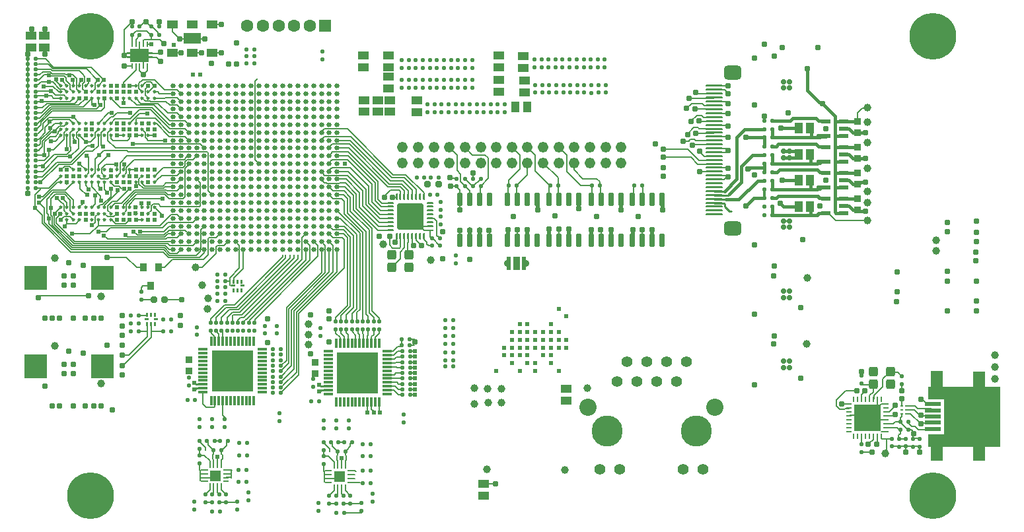
<source format=gtl>
G04*
G04 #@! TF.GenerationSoftware,Altium Limited,Altium Designer,20.2.6 (244)*
G04*
G04 Layer_Physical_Order=1*
G04 Layer_Color=255*
%FSLAX23Y23*%
%MOIN*%
G70*
G04*
G04 #@! TF.SameCoordinates,73FAD0BF-AACC-46A3-90AC-D22ED7FD95C1*
G04*
G04*
G04 #@! TF.FilePolarity,Positive*
G04*
G01*
G75*
%ADD11C,0.008*%
%ADD12C,0.010*%
%ADD13C,0.010*%
%ADD20R,0.079X0.020*%
G04:AMPARAMS|DCode=21|XSize=21mil|YSize=10mil|CornerRadius=1mil|HoleSize=0mil|Usage=FLASHONLY|Rotation=0.000|XOffset=0mil|YOffset=0mil|HoleType=Round|Shape=RoundedRectangle|*
%AMROUNDEDRECTD21*
21,1,0.021,0.007,0,0,0.0*
21,1,0.018,0.010,0,0,0.0*
1,1,0.003,0.009,-0.003*
1,1,0.003,-0.009,-0.003*
1,1,0.003,-0.009,0.003*
1,1,0.003,0.009,0.003*
%
%ADD21ROUNDEDRECTD21*%
G04:AMPARAMS|DCode=22|XSize=21mil|YSize=10mil|CornerRadius=1mil|HoleSize=0mil|Usage=FLASHONLY|Rotation=270.000|XOffset=0mil|YOffset=0mil|HoleType=Round|Shape=RoundedRectangle|*
%AMROUNDEDRECTD22*
21,1,0.021,0.007,0,0,270.0*
21,1,0.018,0.010,0,0,270.0*
1,1,0.003,-0.003,-0.009*
1,1,0.003,-0.003,0.009*
1,1,0.003,0.003,0.009*
1,1,0.003,0.003,-0.009*
%
%ADD22ROUNDEDRECTD22*%
%ADD23R,0.038X0.032*%
%ADD24R,0.134X0.134*%
%ADD25R,0.010X0.026*%
%ADD26R,0.026X0.010*%
G04:AMPARAMS|DCode=27|XSize=23mil|YSize=19mil|CornerRadius=5mil|HoleSize=0mil|Usage=FLASHONLY|Rotation=270.000|XOffset=0mil|YOffset=0mil|HoleType=Round|Shape=RoundedRectangle|*
%AMROUNDEDRECTD27*
21,1,0.023,0.009,0,0,270.0*
21,1,0.013,0.019,0,0,270.0*
1,1,0.009,-0.005,-0.007*
1,1,0.009,-0.005,0.007*
1,1,0.009,0.005,0.007*
1,1,0.009,0.005,-0.007*
%
%ADD27ROUNDEDRECTD27*%
G04:AMPARAMS|DCode=29|XSize=23mil|YSize=19mil|CornerRadius=5mil|HoleSize=0mil|Usage=FLASHONLY|Rotation=0.000|XOffset=0mil|YOffset=0mil|HoleType=Round|Shape=RoundedRectangle|*
%AMROUNDEDRECTD29*
21,1,0.023,0.009,0,0,0.0*
21,1,0.013,0.019,0,0,0.0*
1,1,0.009,0.007,-0.005*
1,1,0.009,-0.007,-0.005*
1,1,0.009,-0.007,0.005*
1,1,0.009,0.007,0.005*
%
%ADD29ROUNDEDRECTD29*%
%ADD30R,0.012X0.008*%
%ADD31R,0.014X0.008*%
%ADD33R,0.043X0.055*%
%ADD34R,0.116X0.120*%
%ADD35R,0.209X0.209*%
G04:AMPARAMS|DCode=36|XSize=11mil|YSize=47mil|CornerRadius=3mil|HoleSize=0mil|Usage=FLASHONLY|Rotation=0.000|XOffset=0mil|YOffset=0mil|HoleType=Round|Shape=RoundedRectangle|*
%AMROUNDEDRECTD36*
21,1,0.011,0.042,0,0,0.0*
21,1,0.006,0.047,0,0,0.0*
1,1,0.006,0.003,-0.021*
1,1,0.006,-0.003,-0.021*
1,1,0.006,-0.003,0.021*
1,1,0.006,0.003,0.021*
%
%ADD36ROUNDEDRECTD36*%
G04:AMPARAMS|DCode=37|XSize=47mil|YSize=11mil|CornerRadius=3mil|HoleSize=0mil|Usage=FLASHONLY|Rotation=0.000|XOffset=0mil|YOffset=0mil|HoleType=Round|Shape=RoundedRectangle|*
%AMROUNDEDRECTD37*
21,1,0.047,0.006,0,0,0.0*
21,1,0.042,0.011,0,0,0.0*
1,1,0.006,0.021,-0.003*
1,1,0.006,-0.021,-0.003*
1,1,0.006,-0.021,0.003*
1,1,0.006,0.021,0.003*
%
%ADD37ROUNDEDRECTD37*%
%ADD38R,0.010X0.028*%
%ADD39R,0.028X0.010*%
%ADD40R,0.057X0.057*%
%ADD41R,0.055X0.043*%
G04:AMPARAMS|DCode=42|XSize=24mil|YSize=24mil|CornerRadius=9mil|HoleSize=0mil|Usage=FLASHONLY|Rotation=0.000|XOffset=0mil|YOffset=0mil|HoleType=Round|Shape=RoundedRectangle|*
%AMROUNDEDRECTD42*
21,1,0.024,0.005,0,0,0.0*
21,1,0.005,0.024,0,0,0.0*
1,1,0.019,0.002,-0.002*
1,1,0.019,-0.002,-0.002*
1,1,0.019,-0.002,0.002*
1,1,0.019,0.002,0.002*
%
%ADD42ROUNDEDRECTD42*%
G04:AMPARAMS|DCode=43|XSize=28mil|YSize=67mil|CornerRadius=7mil|HoleSize=0mil|Usage=FLASHONLY|Rotation=180.000|XOffset=0mil|YOffset=0mil|HoleType=Round|Shape=RoundedRectangle|*
%AMROUNDEDRECTD43*
21,1,0.028,0.053,0,0,180.0*
21,1,0.014,0.067,0,0,180.0*
1,1,0.014,-0.007,0.027*
1,1,0.014,0.007,0.027*
1,1,0.014,0.007,-0.027*
1,1,0.014,-0.007,-0.027*
%
%ADD43ROUNDEDRECTD43*%
G04:AMPARAMS|DCode=48|XSize=17mil|YSize=17mil|CornerRadius=7mil|HoleSize=0mil|Usage=FLASHONLY|Rotation=270.000|XOffset=0mil|YOffset=0mil|HoleType=Round|Shape=RoundedRectangle|*
%AMROUNDEDRECTD48*
21,1,0.017,0.003,0,0,270.0*
21,1,0.003,0.017,0,0,270.0*
1,1,0.013,-0.002,-0.002*
1,1,0.013,-0.002,0.002*
1,1,0.013,0.002,0.002*
1,1,0.013,0.002,-0.002*
%
%ADD48ROUNDEDRECTD48*%
%ADD49R,0.053X0.039*%
%ADD50R,0.091X0.058*%
G04:AMPARAMS|DCode=51|XSize=24mil|YSize=10mil|CornerRadius=2mil|HoleSize=0mil|Usage=FLASHONLY|Rotation=180.000|XOffset=0mil|YOffset=0mil|HoleType=Round|Shape=RoundedRectangle|*
%AMROUNDEDRECTD51*
21,1,0.024,0.005,0,0,180.0*
21,1,0.019,0.010,0,0,180.0*
1,1,0.005,-0.009,0.002*
1,1,0.005,0.009,0.002*
1,1,0.005,0.009,-0.002*
1,1,0.005,-0.009,-0.002*
%
%ADD51ROUNDEDRECTD51*%
%ADD52R,0.094X0.065*%
G04:AMPARAMS|DCode=53|XSize=24mil|YSize=9mil|CornerRadius=2mil|HoleSize=0mil|Usage=FLASHONLY|Rotation=90.000|XOffset=0mil|YOffset=0mil|HoleType=Round|Shape=RoundedRectangle|*
%AMROUNDEDRECTD53*
21,1,0.024,0.005,0,0,90.0*
21,1,0.019,0.009,0,0,90.0*
1,1,0.005,0.002,0.009*
1,1,0.005,0.002,-0.009*
1,1,0.005,-0.002,-0.009*
1,1,0.005,-0.002,0.009*
%
%ADD53ROUNDEDRECTD53*%
G04:AMPARAMS|DCode=54|XSize=31mil|YSize=31mil|CornerRadius=8mil|HoleSize=0mil|Usage=FLASHONLY|Rotation=180.000|XOffset=0mil|YOffset=0mil|HoleType=Round|Shape=RoundedRectangle|*
%AMROUNDEDRECTD54*
21,1,0.031,0.015,0,0,180.0*
21,1,0.015,0.031,0,0,180.0*
1,1,0.015,-0.008,0.008*
1,1,0.015,0.008,0.008*
1,1,0.015,0.008,-0.008*
1,1,0.015,-0.008,-0.008*
%
%ADD54ROUNDEDRECTD54*%
%ADD55R,0.033X0.039*%
%ADD56R,0.033X0.039*%
%ADD57C,0.035*%
%ADD65C,0.063*%
%ADD67C,0.039*%
%ADD69C,0.028*%
%ADD70C,0.031*%
%ADD71C,0.024*%
G04:AMPARAMS|DCode=72|XSize=10mil|YSize=87mil|CornerRadius=3mil|HoleSize=0mil|Usage=FLASHONLY|Rotation=90.000|XOffset=0mil|YOffset=0mil|HoleType=Round|Shape=RoundedRectangle|*
%AMROUNDEDRECTD72*
21,1,0.010,0.081,0,0,90.0*
21,1,0.005,0.087,0,0,90.0*
1,1,0.005,0.041,0.003*
1,1,0.005,0.041,-0.003*
1,1,0.005,-0.041,-0.003*
1,1,0.005,-0.041,0.003*
%
%ADD72ROUNDEDRECTD72*%
G04:AMPARAMS|DCode=73|XSize=71mil|YSize=87mil|CornerRadius=18mil|HoleSize=0mil|Usage=FLASHONLY|Rotation=90.000|XOffset=0mil|YOffset=0mil|HoleType=Round|Shape=RoundedRectangle|*
%AMROUNDEDRECTD73*
21,1,0.071,0.051,0,0,90.0*
21,1,0.035,0.087,0,0,90.0*
1,1,0.035,0.026,0.018*
1,1,0.035,0.026,-0.018*
1,1,0.035,-0.026,-0.018*
1,1,0.035,-0.026,0.018*
%
%ADD73ROUNDEDRECTD73*%
%ADD74R,0.063X0.079*%
G04:AMPARAMS|DCode=75|XSize=47mil|YSize=47mil|CornerRadius=12mil|HoleSize=0mil|Usage=FLASHONLY|Rotation=180.000|XOffset=0mil|YOffset=0mil|HoleType=Round|Shape=RoundedRectangle|*
%AMROUNDEDRECTD75*
21,1,0.047,0.024,0,0,180.0*
21,1,0.024,0.047,0,0,180.0*
1,1,0.024,-0.012,0.012*
1,1,0.024,0.012,0.012*
1,1,0.024,0.012,-0.012*
1,1,0.024,-0.012,-0.012*
%
%ADD75ROUNDEDRECTD75*%
%ADD76R,0.047X0.022*%
%ADD77O,0.035X0.010*%
%ADD78O,0.010X0.035*%
G04:AMPARAMS|DCode=79|XSize=134mil|YSize=134mil|CornerRadius=13mil|HoleSize=0mil|Usage=FLASHONLY|Rotation=180.000|XOffset=0mil|YOffset=0mil|HoleType=Round|Shape=RoundedRectangle|*
%AMROUNDEDRECTD79*
21,1,0.134,0.107,0,0,180.0*
21,1,0.107,0.134,0,0,180.0*
1,1,0.027,-0.054,0.054*
1,1,0.027,0.054,0.054*
1,1,0.027,0.054,-0.054*
1,1,0.027,-0.054,-0.054*
%
%ADD79ROUNDEDRECTD79*%
%ADD80R,0.035X0.010*%
%ADD81R,0.022X0.070*%
%ADD82R,0.032X0.070*%
%ADD83C,0.005*%
%ADD84C,0.020*%
%ADD85C,0.016*%
%ADD86C,0.012*%
%ADD87R,0.059X0.059*%
%ADD88C,0.063*%
%ADD89C,0.055*%
%ADD90C,0.157*%
%ADD91C,0.087*%
G04:AMPARAMS|DCode=92|XSize=51mil|YSize=51mil|CornerRadius=20mil|HoleSize=0mil|Usage=FLASHONLY|Rotation=0.000|XOffset=0mil|YOffset=0mil|HoleType=Round|Shape=RoundedRectangle|*
%AMROUNDEDRECTD92*
21,1,0.051,0.010,0,0,0.0*
21,1,0.010,0.051,0,0,0.0*
1,1,0.041,0.005,-0.005*
1,1,0.041,-0.005,-0.005*
1,1,0.041,-0.005,0.005*
1,1,0.041,0.005,0.005*
%
%ADD92ROUNDEDRECTD92*%
%ADD93C,0.236*%
G36*
X4943Y365D02*
Y670D01*
X4580D01*
Y605D01*
X4660D01*
Y430D01*
X4580D01*
Y365D01*
X4943D01*
D02*
G37*
D11*
X378Y1181D02*
X382Y1177D01*
X911Y210D02*
X976D01*
X1969Y1528D02*
X2018Y1478D01*
X59Y2439D02*
Y2476D01*
X126Y2439D02*
Y2476D01*
X524Y2472D02*
X563Y2512D01*
X804Y2425D02*
X930D01*
X3496Y1774D02*
X3569D01*
X4476Y453D02*
Y455D01*
X4504Y410D02*
Y433D01*
Y410D02*
X4531D01*
X4437Y492D02*
X4441Y496D01*
X3424Y1858D02*
X3450Y1833D01*
X4476Y492D02*
X4499Y470D01*
X4544Y520D02*
X4547Y523D01*
X4543Y520D02*
X4544D01*
X2883Y1613D02*
Y1678D01*
X2928Y1613D02*
Y1679D01*
X378Y736D02*
X382Y732D01*
X39Y2079D02*
Y2160D01*
Y1915D02*
Y2079D01*
Y2160D02*
Y2244D01*
Y1783D02*
Y1838D01*
Y1701D02*
Y1783D01*
Y1838D02*
Y1888D01*
X4273Y2076D02*
X4276Y2079D01*
X4249Y2076D02*
X4273D01*
X4219Y650D02*
X4220Y650D01*
X4165Y650D02*
X4219D01*
X4148Y582D02*
X4181D01*
X4146Y583D02*
X4148Y582D01*
X4118Y602D02*
X4165Y650D01*
X4369Y522D02*
X4408D01*
X4413Y528D01*
X4441Y512D02*
X4448Y520D01*
X4441Y496D02*
Y512D01*
X4448Y520D02*
Y532D01*
X4118Y571D02*
Y602D01*
Y571D02*
X4134Y555D01*
X4158D01*
X4163Y560D02*
X4181D01*
X4158Y555D02*
X4163Y560D01*
X4246Y606D02*
Y630D01*
X4260Y645D01*
Y650D01*
X4389Y741D02*
X4427D01*
X4448Y719D01*
X4244Y678D02*
X4303D01*
X4308Y609D02*
Y624D01*
X4305Y606D02*
X4308Y609D01*
X4303Y641D02*
Y681D01*
X4286Y624D02*
X4303Y641D01*
X4286Y607D02*
Y624D01*
X4308Y624D02*
X4352Y668D01*
X4244Y725D02*
Y744D01*
Y717D02*
Y725D01*
X4352Y707D02*
X4390Y744D01*
X4352Y668D02*
Y707D01*
X4285Y606D02*
X4286Y607D01*
X4304Y418D02*
X4305Y419D01*
X4181Y560D02*
X4182Y561D01*
X4324Y383D02*
Y419D01*
X4369Y581D02*
X4369Y581D01*
X4334Y571D02*
X4344Y581D01*
X4182Y522D02*
X4183Y524D01*
X4385Y543D02*
X4394Y552D01*
X4285Y378D02*
Y384D01*
X4344Y443D02*
X4369D01*
X4285Y384D02*
X4304Y403D01*
X4232Y524D02*
X4264D01*
X4370Y543D02*
X4385D01*
X4320Y379D02*
X4324Y383D01*
X4344Y581D02*
X4369D01*
X4322Y502D02*
X4369D01*
X4181Y582D02*
X4182Y581D01*
X4320Y379D02*
X4320D01*
X4264Y524D02*
X4275Y512D01*
X4324Y571D02*
Y606D01*
X4183Y524D02*
X4232D01*
X4394Y552D02*
X4413Y571D01*
X4369Y542D02*
X4370Y543D01*
X4279Y378D02*
X4285D01*
X4313Y512D02*
X4322Y502D01*
X4394Y552D02*
Y552D01*
X4369Y443D02*
X4369Y443D01*
X4285Y378D02*
X4285Y378D01*
X4304Y403D02*
Y418D01*
X4413Y571D02*
Y575D01*
X4369Y463D02*
X4424D01*
X4448Y650D02*
Y678D01*
X4369Y483D02*
X4403D01*
X4244Y744D02*
X4244Y744D01*
X4303Y678D02*
X4303Y678D01*
X4575Y581D02*
X4605D01*
X4558Y599D02*
X4575Y581D01*
X4547Y599D02*
X4558D01*
X4543Y604D02*
X4547Y599D01*
X4299Y339D02*
X4299Y339D01*
X4244Y339D02*
X4299D01*
X4532Y452D02*
X4602D01*
X4515Y470D02*
X4532Y452D01*
X4499Y470D02*
X4515D01*
X4468Y367D02*
X4468Y366D01*
X4468Y367D02*
X4468Y367D01*
X4468Y339D02*
Y366D01*
Y339D02*
X4469Y339D01*
X4244Y339D02*
X4244Y339D01*
X4245Y418D02*
X4246Y419D01*
X4245Y379D02*
Y418D01*
X4244Y378D02*
X4245Y379D01*
X4370Y406D02*
X4397D01*
X4354D02*
X4370D01*
X4366Y343D02*
X4370Y347D01*
Y406D01*
X4539Y339D02*
Y366D01*
Y339D02*
X4539Y339D01*
X4504Y367D02*
X4538D01*
X4504Y366D02*
X4504Y367D01*
X4397Y367D02*
X4397Y367D01*
X4433D01*
X4433Y366D01*
X4433Y367D01*
X4468D01*
X4468Y367D01*
X4468Y367D02*
X4504D01*
X4504Y366D01*
X4432Y407D02*
Y425D01*
X4441Y433D02*
Y453D01*
X4432Y425D02*
X4441Y433D01*
X4432Y407D02*
X4433Y406D01*
X4504Y406D02*
Y410D01*
X4480Y453D02*
X4496D01*
X4504Y445D01*
X4433Y406D02*
X4433Y406D01*
X4468D01*
X4468Y406D01*
X4349Y406D02*
X4354D01*
X4354Y406D01*
X4344Y411D02*
Y419D01*
Y411D02*
X4349Y406D01*
X4531Y410D02*
X4531Y410D01*
X4441Y453D02*
X4441Y453D01*
X4441Y492D02*
X4442D01*
X4437D02*
X4441D01*
X4442D02*
X4448Y487D01*
Y482D02*
Y487D01*
X4471Y458D02*
X4473D01*
X4448Y482D02*
X4471Y458D01*
X4473D02*
X4476Y455D01*
X4424Y463D02*
X4434Y453D01*
X4437D01*
X4437Y492D02*
X4437Y492D01*
X4413Y492D02*
X4437D01*
X4403Y483D02*
X4413Y492D01*
X4543Y481D02*
X4546Y484D01*
X4543Y481D02*
X4543Y481D01*
X4602Y452D02*
X4605Y455D01*
X4602Y484D02*
X4605Y487D01*
X4546Y484D02*
X4602D01*
X4492Y532D02*
X4543Y481D01*
X4543D01*
X4471Y532D02*
X4492D01*
X4595Y559D02*
X4605Y550D01*
X4556Y559D02*
X4595D01*
X4527Y559D02*
X4555D01*
X4556Y559D01*
X4514Y571D02*
X4527Y559D01*
X4511Y552D02*
X4539Y524D01*
X4543D01*
X4472Y571D02*
X4514D01*
X4472Y552D02*
X4511D01*
X4448Y571D02*
Y607D01*
X4448Y607D01*
X4448Y571D02*
X4448D01*
X4448Y678D02*
X4448Y678D01*
Y650D02*
X4448Y650D01*
X4448Y717D02*
Y719D01*
X4547Y523D02*
X4604D01*
X4605Y522D01*
X1783Y539D02*
Y544D01*
X1752Y536D02*
Y591D01*
X1756Y543D02*
X1759Y539D01*
X1756Y543D02*
Y546D01*
X1771Y556D02*
X1783Y544D01*
X1771Y556D02*
Y590D01*
X4031Y1673D02*
Y1675D01*
Y1675D01*
X3986Y1713D02*
X3990Y1717D01*
X4224Y2009D02*
Y2051D01*
X4249Y2076D01*
X3752Y2035D02*
X3752Y2035D01*
X4114Y1508D02*
X4276D01*
X4065Y1545D02*
X4077D01*
X4085Y1538D01*
Y1538D02*
Y1538D01*
Y1538D02*
X4114Y1508D01*
X3850Y1505D02*
X3882D01*
X2337Y177D02*
X2337Y177D01*
X2398D01*
X3756Y1929D02*
X3756Y1929D01*
Y2012D02*
Y2035D01*
X3374Y2126D02*
X3375Y2125D01*
X3421D01*
X3569Y2187D02*
X3571Y2189D01*
X3911Y1826D02*
X3927Y1843D01*
X3795Y1795D02*
X3795D01*
X3139Y1406D02*
Y1459D01*
X1669Y955D02*
X1674D01*
X2215Y1614D02*
X2217Y1612D01*
X2509Y1406D02*
Y1459D01*
X1811Y536D02*
X1812Y535D01*
X1811Y536D02*
Y590D01*
X1665Y225D02*
X1687D01*
X1665Y205D02*
X1687D01*
X599Y2439D02*
X605Y2445D01*
X2718Y1409D02*
Y1463D01*
X1084Y85D02*
X1094Y95D01*
X1642Y955D02*
X1642Y955D01*
X2931Y1406D02*
Y1459D01*
X2169Y1721D02*
Y1724D01*
Y1721D02*
X2170Y1720D01*
X2171Y1721D01*
X2283Y1748D02*
X2283Y1748D01*
Y1720D02*
Y1748D01*
X2171Y1721D02*
X2200D01*
X2171Y1681D02*
X2200D01*
X3345Y1907D02*
X3349Y1910D01*
X3373D01*
X3429Y1756D02*
X3431Y1754D01*
X3500D01*
X3419Y1793D02*
X3481D01*
X3385Y1828D02*
X3419Y1793D01*
X3386Y2012D02*
X3414Y2040D01*
X3386Y2008D02*
Y2012D01*
X3367Y1942D02*
Y1946D01*
X3398Y1888D02*
X3399Y1887D01*
X3383Y1918D02*
X3401D01*
X3376Y1914D02*
X3379D01*
X3399Y1887D02*
X3404Y1892D01*
X3391Y1888D02*
X3398D01*
X3373Y1910D02*
X3376Y1914D01*
X3367Y1946D02*
X3398Y1977D01*
X3379Y1914D02*
X3383Y1918D01*
X3415Y2148D02*
X3500D01*
X3409Y2154D02*
X3415Y2148D01*
X3422Y2126D02*
X3498D01*
X3421Y2125D02*
X3422Y2126D01*
X3498D02*
X3500Y2128D01*
X3244Y1828D02*
X3385D01*
X3426Y1813D02*
X3500D01*
X3369Y1870D02*
X3426Y1813D01*
X3244Y1870D02*
X3369D01*
X3244Y1870D02*
X3244Y1870D01*
X3424Y1858D02*
X3424Y1858D01*
X3450Y1833D02*
X3488D01*
X3424Y1858D02*
X3429D01*
X3404Y1892D02*
X3500D01*
X3401Y1918D02*
X3408Y1911D01*
X3500D01*
X3409Y1949D02*
X3498D01*
X3500Y1951D01*
X3425Y1973D02*
X3497D01*
X3421Y1977D02*
X3425Y1973D01*
X3398Y1977D02*
X3421D01*
X3362Y2074D02*
X3387Y2099D01*
X3360Y2074D02*
X3362D01*
X3440Y2099D02*
X3451Y2089D01*
X3387Y2099D02*
X3440D01*
X3500Y1931D02*
X3565D01*
X3500Y2187D02*
X3569D01*
X3500Y2167D02*
X3553D01*
X3553D02*
X3571Y2150D01*
X3561Y2108D02*
X3571Y2098D01*
X3500Y2108D02*
X3561D01*
X3565Y1990D02*
X3567Y1988D01*
X3500Y1734D02*
X3559D01*
X3564Y1728D01*
X3571D01*
X3500Y1715D02*
X3551D01*
X3564Y1728D01*
X3500Y1872D02*
X3562D01*
X3500Y1852D02*
X3562D01*
X3569Y1774D02*
X3571Y1772D01*
X3575Y1768D01*
X3571Y1772D02*
Y1772D01*
X1059Y1201D02*
Y1220D01*
Y1182D02*
Y1201D01*
X1035Y1201D02*
X1059D01*
X1059Y1201D01*
X1079Y1200D02*
Y1218D01*
X1075Y1177D02*
X1075Y1177D01*
X1064Y1177D02*
X1075D01*
X1059Y1182D02*
X1064Y1177D01*
X437Y1323D02*
X535D01*
X91Y1118D02*
X102Y1130D01*
X346D01*
X535Y1323D02*
X587Y1272D01*
X642Y1029D02*
Y1031D01*
X641Y1028D02*
X642Y1029D01*
X684Y1008D02*
X684Y1008D01*
X642Y921D02*
Y949D01*
X661Y953D02*
X661Y953D01*
X661Y953D02*
Y985D01*
Y919D02*
Y953D01*
X661Y949D02*
X720D01*
X642Y949D02*
Y985D01*
X720Y1008D02*
X720Y1008D01*
X518Y776D02*
X661Y919D01*
X598Y1028D02*
X641D01*
X606Y949D02*
X642D01*
X547Y827D02*
X642Y921D01*
X516Y827D02*
X547D01*
X728Y1110D02*
X728Y1110D01*
X815D01*
X728Y1272D02*
X768Y1311D01*
X925D01*
X949Y1335D02*
Y1343D01*
X925Y1311D02*
X949Y1335D01*
X697Y1272D02*
X697Y1272D01*
X728D01*
X587Y1272D02*
X622D01*
X610Y1150D02*
Y1169D01*
X618Y1177D02*
X659D01*
X610Y1169D02*
X618Y1177D01*
X673Y1110D02*
X673Y1110D01*
X610Y1110D02*
X673D01*
X610Y1110D02*
X610Y1110D01*
X886Y1272D02*
X917D01*
X988Y1343D01*
Y1342D02*
Y1343D01*
X1870Y1275D02*
X1873Y1272D01*
X1874D01*
X1891Y1398D02*
X1896Y1403D01*
X1919Y1375D02*
Y1427D01*
X1915Y1370D02*
X1919Y1375D01*
X1896Y1370D02*
X1915D01*
X1896Y1370D02*
X1896Y1370D01*
X1878Y1370D02*
X1896D01*
X1863Y1385D02*
X1878Y1370D01*
X1776Y1051D02*
Y1468D01*
X1681Y1562D02*
X1776Y1468D01*
Y1051D02*
X1810Y1016D01*
X1939Y1372D02*
Y1427D01*
X1955Y1395D02*
X1958Y1398D01*
X1955Y1341D02*
Y1395D01*
X1978Y1388D02*
X1983Y1383D01*
X1998Y1408D02*
X2024Y1382D01*
X1978Y1388D02*
Y1427D01*
X1863Y1385D02*
Y1429D01*
X1622Y1638D02*
X1630D01*
X1760Y1043D02*
Y1461D01*
X1665Y1555D02*
X1760Y1461D01*
X1696Y1569D02*
X1806Y1459D01*
X1696Y1569D02*
Y1643D01*
X1810Y999D02*
Y1016D01*
X1806Y1459D02*
X1868D01*
X1760Y1043D02*
X1783Y1020D01*
X1899Y1626D02*
X1900Y1627D01*
X1838Y1626D02*
Y1632D01*
X1878Y1626D02*
X1899D01*
X1900Y1627D02*
Y1628D01*
X1838Y1632D02*
X1867Y1661D01*
X1900Y1414D02*
Y1427D01*
X1896Y1403D02*
Y1410D01*
X1900Y1414D01*
X1917Y1335D02*
Y1350D01*
X1939Y1372D01*
X1665Y1775D02*
X1759Y1681D01*
X1654Y1775D02*
X1665D01*
X1759Y1595D02*
Y1681D01*
X1651Y1815D02*
X1775Y1691D01*
X1654Y1835D02*
X1791Y1698D01*
X1598Y1835D02*
X1654D01*
X1618Y1754D02*
X1654D01*
X1617Y1756D02*
X1618Y1754D01*
X1598Y1756D02*
X1617D01*
X1743Y1588D02*
Y1665D01*
X1654Y1754D02*
X1743Y1665D01*
X1313Y638D02*
X1315D01*
X1325Y647D01*
X1325D01*
X1406Y728D01*
Y1040D01*
X1325Y675D02*
X1394Y743D01*
Y1046D01*
X1598Y1250D01*
X1381Y759D02*
Y1051D01*
X1355Y788D02*
Y1062D01*
X1315Y776D02*
X1343Y803D01*
X1368Y774D02*
Y1056D01*
X1315Y748D02*
X1355Y788D01*
X1368Y1056D02*
X1559Y1247D01*
X1315Y720D02*
X1368Y774D01*
X1315Y693D02*
X1381Y759D01*
X1343Y803D02*
Y1067D01*
X1520Y1244D01*
Y1362D01*
X1381Y1051D02*
X1579Y1249D01*
X1355Y1062D02*
X1539Y1246D01*
X1406Y1040D02*
X1634Y1268D01*
X1313Y665D02*
X1315D01*
X1325Y675D01*
X1325D01*
X1500Y1327D02*
Y1335D01*
X1181Y992D02*
X1183Y994D01*
Y1010D01*
X1500Y1327D01*
X1461Y1307D02*
Y1335D01*
X1159Y1005D02*
X1461Y1307D01*
X1159Y997D02*
Y1005D01*
X1441Y1307D02*
Y1362D01*
X1146Y1012D02*
X1441Y1307D01*
X1135Y1004D02*
X1143Y1012D01*
X1126Y992D02*
Y995D01*
X1135Y1004D01*
Y1004D01*
X1143Y1012D02*
X1146D01*
X1112Y1019D02*
X1129D01*
X1421Y1311D01*
Y1335D01*
X1075Y1031D02*
X1118D01*
X1402Y1315D01*
Y1335D01*
X1154Y992D02*
X1159Y997D01*
X1098Y992D02*
Y1005D01*
X1071Y992D02*
Y1027D01*
X1075Y1031D01*
X1070Y1044D02*
X1107D01*
X1043Y992D02*
Y1017D01*
X1070Y1044D01*
X1098Y1005D02*
X1112Y1019D01*
X1107Y1044D02*
X1382Y1319D01*
X1362Y1319D02*
Y1335D01*
X1100Y1057D02*
X1362Y1319D01*
X1055Y1057D02*
X1100D01*
X1382Y1319D02*
Y1335D01*
X1038Y1070D02*
X1090D01*
X1339Y1319D02*
Y1335D01*
X1090Y1070D02*
X1339Y1319D01*
X1323Y1324D02*
Y1334D01*
X1082Y1083D02*
X1323Y1324D01*
X1031Y1083D02*
X1082D01*
X1016Y1018D02*
X1055Y1057D01*
X961Y1012D02*
X1031Y1083D01*
X988Y1020D02*
X1038Y1070D01*
X1016Y992D02*
Y1018D01*
X988Y992D02*
X988Y992D01*
Y1020D01*
X961Y992D02*
X961Y992D01*
Y1012D01*
X933Y126D02*
X933Y124D01*
X969D02*
Y126D01*
X933Y85D02*
X969D01*
X909Y209D02*
X911Y210D01*
X909Y195D02*
Y209D01*
Y195D02*
X914Y191D01*
X933D01*
X957Y167D02*
X957Y150D01*
X911Y250D02*
X933D01*
X909Y232D02*
X912Y230D01*
X933D01*
Y230D01*
X909Y232D02*
Y248D01*
X936Y355D02*
Y361D01*
X936Y354D02*
X936Y355D01*
X936Y348D02*
Y354D01*
X972Y305D02*
Y325D01*
X976Y330D01*
Y348D01*
X976Y348D01*
X974D02*
X976D01*
X972Y305D02*
X976Y300D01*
X941Y394D02*
X942Y394D01*
X948Y388D01*
X980Y394D02*
Y394D01*
X921Y581D02*
X937Y565D01*
X978D01*
X978Y922D02*
Y926D01*
X961Y953D02*
X966Y948D01*
X961Y953D02*
X961D01*
X1004Y124D02*
Y126D01*
X1039Y126D02*
X1039Y124D01*
X1004Y85D02*
X1039D01*
X1016Y150D02*
Y167D01*
X1039Y210D02*
X1039Y211D01*
X1061D01*
X1039Y230D02*
X1039Y230D01*
X1039Y250D02*
X1059D01*
X1023Y354D02*
Y355D01*
X1017Y348D02*
X1023Y354D01*
X1016Y348D02*
X1017D01*
X1016Y330D02*
X1016Y348D01*
X1016Y330D02*
X1020Y325D01*
Y305D02*
Y325D01*
X1016Y300D02*
X1020Y305D01*
X1046Y394D02*
X1047D01*
X1040Y388D02*
X1046Y394D01*
X1022Y524D02*
X1034Y512D01*
X993Y943D02*
Y948D01*
X1016Y950D02*
X1022Y944D01*
X1016Y950D02*
Y953D01*
X909Y209D02*
Y232D01*
X969Y126D02*
X976Y134D01*
X976Y167D01*
X933Y126D02*
X957Y150D01*
X948Y375D02*
Y388D01*
X976Y300D02*
X976Y273D01*
X957D02*
Y295D01*
X929Y323D02*
X957Y295D01*
X948Y375D02*
X974Y348D01*
X921Y581D02*
Y642D01*
X966Y938D02*
Y948D01*
Y938D02*
X978Y926D01*
X996Y134D02*
Y167D01*
Y134D02*
X1004Y126D01*
X1016Y150D02*
X1039Y126D01*
X996Y273D02*
Y315D01*
X1016Y300D02*
X1016Y273D01*
X1040Y373D02*
Y388D01*
X1023Y355D02*
X1040Y373D01*
X993Y943D02*
X1002Y935D01*
Y900D02*
Y935D01*
X1022Y900D02*
Y944D01*
Y524D02*
Y600D01*
X906Y248D02*
X909D01*
X906Y283D02*
X906Y248D01*
Y323D02*
X929D01*
X906D02*
Y354D01*
X906Y323D02*
X906D01*
Y392D02*
Y394D01*
X1039Y85D02*
X1084D01*
X1061Y211D02*
X1063Y209D01*
X1059Y250D02*
X1067Y248D01*
X1063Y232D02*
Y246D01*
X1061Y230D02*
X1063Y232D01*
Y246D02*
X1067Y248D01*
X1039Y230D02*
X1061D01*
X980Y394D02*
X1008Y394D01*
X982Y570D02*
Y600D01*
X978Y565D02*
X982Y570D01*
Y900D02*
Y918D01*
X978Y922D02*
X982Y918D01*
X988Y953D02*
X993Y948D01*
X988Y953D02*
X988D01*
X906Y392D02*
X936Y361D01*
X976Y210D02*
X986Y220D01*
X1063Y209D02*
Y232D01*
X1783Y998D02*
Y1020D01*
X1810Y999D02*
X1811Y998D01*
X1744Y1035D02*
Y1453D01*
Y1035D02*
X1756Y1024D01*
Y998D02*
Y1024D01*
X1591Y998D02*
Y1020D01*
X1650Y1079D01*
X1665Y1075D02*
Y1425D01*
X1618Y998D02*
Y1028D01*
X1665Y1075D01*
X1650Y1079D02*
Y1421D01*
X1630Y1441D02*
X1650Y1421D01*
X1598Y1441D02*
X1630D01*
X1681Y1067D02*
Y1433D01*
X1646Y998D02*
Y1031D01*
X1681Y1067D01*
X1630Y1461D02*
X1665Y1425D01*
X1626Y1461D02*
X1630D01*
X1697Y1063D02*
Y1439D01*
X1673Y1039D02*
X1697Y1063D01*
X1673Y998D02*
Y1039D01*
X1698Y998D02*
Y1044D01*
X1713Y1058D01*
Y1445D01*
X1634Y1480D02*
X1681Y1433D01*
X1673Y998D02*
X1673Y998D01*
X1591Y998D02*
X1591Y998D01*
X1728Y998D02*
X1731Y1000D01*
X1728Y1000D02*
Y1447D01*
X1634Y1542D02*
X1728Y1447D01*
X1598Y1559D02*
X1713Y1445D01*
X1616Y1520D02*
X1697Y1439D01*
X1651Y1546D02*
X1744Y1453D01*
X1634Y1268D02*
Y1413D01*
X1626Y1421D02*
X1634Y1413D01*
X1598Y1250D02*
Y1362D01*
X1579Y1249D02*
Y1335D01*
X1539Y1246D02*
Y1335D01*
X1559Y1247D02*
Y1362D01*
X1126Y1265D02*
Y1362D01*
X1079Y1218D02*
X1126Y1265D01*
X1106Y1268D02*
Y1338D01*
X1059Y1220D02*
X1106Y1268D01*
X1771Y591D02*
X1771Y590D01*
X1811Y591D02*
X1811Y590D01*
X1884Y652D02*
X1907Y628D01*
X1927D01*
X1852Y652D02*
X1884D01*
X1892Y671D02*
X1907Y656D01*
X1900Y691D02*
X1907Y683D01*
X1852Y711D02*
X1882D01*
X1882Y711D02*
X1927D01*
X1882Y711D02*
X1882Y711D01*
X1896Y738D02*
X1927D01*
X1888Y730D02*
X1896Y738D01*
X1876Y770D02*
X1898D01*
X1902Y766D02*
X1927D01*
X1898Y770D02*
X1902Y766D01*
X1894Y793D02*
X1927D01*
X1890Y789D02*
X1894Y793D01*
X1897Y819D02*
X1920D01*
X1885Y829D02*
X1905Y849D01*
X1920Y819D02*
X1923Y822D01*
X1905Y849D02*
X1926D01*
X1852Y829D02*
X1885D01*
X1887Y809D02*
X1897Y819D01*
X1926Y849D02*
X1927Y848D01*
X1906Y873D02*
X1920D01*
X1852Y848D02*
X1882D01*
X1920Y873D02*
X1925Y878D01*
X1882Y848D02*
X1906Y873D01*
X1852Y809D02*
X1887D01*
X1988Y878D02*
X1988Y878D01*
X1965Y878D02*
X1988D01*
X1992Y894D02*
Y906D01*
X1988Y909D02*
X1992Y906D01*
X1965Y909D02*
X1988D01*
X1965Y878D02*
X1965Y878D01*
X1965Y909D02*
X1965Y909D01*
X1925Y909D02*
X1925Y909D01*
Y878D02*
Y909D01*
Y878D02*
X1925Y878D01*
X1674Y955D02*
X1678Y951D01*
X1706Y939D02*
Y954D01*
X1678Y944D02*
Y951D01*
X1692Y890D02*
Y930D01*
X1712Y890D02*
Y932D01*
X1706Y939D02*
X1712Y932D01*
X1701Y959D02*
X1706Y954D01*
X1678Y944D02*
X1692Y930D01*
X1728Y998D02*
X1728Y998D01*
X1618D02*
X1618Y998D01*
X1811Y959D02*
X1811Y959D01*
Y938D02*
Y959D01*
X1792Y920D02*
X1811Y938D01*
X1783Y933D02*
Y959D01*
X1771Y921D02*
X1783Y933D01*
X1791Y890D02*
X1792Y891D01*
Y920D01*
X1783Y959D02*
X1783Y959D01*
X1771Y890D02*
Y921D01*
X1756Y959D02*
X1756Y959D01*
X1756Y929D02*
Y959D01*
X1752Y890D02*
Y925D01*
X1756Y929D01*
X1728Y959D02*
X1728Y959D01*
X1728Y937D02*
Y959D01*
X1732Y890D02*
Y933D01*
X1728Y937D02*
X1732Y933D01*
X1618Y937D02*
Y959D01*
X1633Y890D02*
Y922D01*
X1618Y937D02*
X1633Y922D01*
X1614Y890D02*
X1614Y890D01*
X1614Y890D02*
Y918D01*
X1591Y940D02*
X1614Y918D01*
X1591Y940D02*
Y958D01*
X1591Y959D02*
X1591Y958D01*
X1653Y890D02*
Y933D01*
X1646Y941D02*
Y959D01*
Y941D02*
X1653Y933D01*
X1907Y656D02*
X1927D01*
X1852Y671D02*
X1892D01*
X1907Y683D02*
X1927D01*
X1852Y691D02*
X1900D01*
X1852Y730D02*
X1888D01*
X1876Y789D02*
X1890D01*
X1852Y691D02*
X1854Y689D01*
X1852Y711D02*
X1854Y712D01*
X1852Y730D02*
X1854Y732D01*
X1852Y770D02*
X1852Y770D01*
X1927Y766D02*
X1927Y766D01*
X1752Y890D02*
X1752Y890D01*
X1559Y118D02*
Y120D01*
X1535Y190D02*
Y203D01*
X1540Y185D02*
X1559D01*
X1535Y190D02*
X1540Y185D01*
X1537Y205D02*
X1559D01*
X1535Y203D02*
X1537Y205D01*
X1535Y226D02*
Y242D01*
X1531D02*
X1535D01*
X1538Y224D02*
X1559D01*
X1535Y226D02*
X1538Y224D01*
X1537Y244D02*
X1559D01*
X1531Y242D02*
Y278D01*
X1562Y343D02*
Y348D01*
X1562Y349D01*
Y355D01*
X1531Y317D02*
Y348D01*
Y317D02*
X1555D01*
X1567Y388D02*
X1568D01*
X1531Y386D02*
Y388D01*
X1622Y128D02*
X1630Y121D01*
Y118D02*
Y121D01*
X1594Y118D02*
Y121D01*
X1602Y128D01*
X1583Y144D02*
Y161D01*
X1642D02*
X1642Y161D01*
Y144D02*
Y161D01*
X1583Y267D02*
Y289D01*
X1600Y343D02*
X1602D01*
Y324D02*
Y343D01*
X1598Y319D02*
X1602Y324D01*
X1598Y299D02*
Y319D01*
X1646Y299D02*
Y319D01*
X1642Y324D02*
X1646Y319D01*
X1642Y324D02*
Y343D01*
X1643D01*
X1606Y388D02*
X1634Y388D01*
X1665Y118D02*
Y120D01*
Y79D02*
X1710D01*
X1665Y205D02*
Y205D01*
Y185D02*
X1716D01*
X1665Y224D02*
Y225D01*
X1685Y244D02*
X1693Y242D01*
X1665Y244D02*
X1685D01*
X1666Y382D02*
X1672Y388D01*
X1673D01*
X1535Y203D02*
Y226D01*
X1531Y386D02*
X1562Y355D01*
X1602Y128D02*
Y161D01*
Y205D02*
X1612Y214D01*
X1622Y128D02*
Y161D01*
X1598Y299D02*
X1602Y294D01*
Y267D02*
Y294D01*
X1642Y267D02*
Y294D01*
X1646Y299D01*
X1622Y267D02*
Y309D01*
X1666Y367D02*
Y382D01*
X1559Y79D02*
X1594D01*
X1559Y205D02*
X1602D01*
X1574Y369D02*
X1600Y343D01*
X1568Y388D02*
X1574Y382D01*
X1634Y33D02*
X1720D01*
X1630Y79D02*
X1665D01*
X1643Y343D02*
X1649Y348D01*
Y350D01*
X1666Y367D01*
X1559Y120D02*
X1583Y144D01*
X1574Y369D02*
Y382D01*
X1555Y317D02*
X1583Y289D01*
X1642Y144D02*
X1665Y120D01*
X1441Y1362D02*
X1441Y1362D01*
X1598Y1520D02*
X1616D01*
X1598Y1480D02*
X1634D01*
X1651Y1546D02*
Y1617D01*
X1634Y1542D02*
Y1606D01*
X1665Y1555D02*
Y1626D01*
X1622Y1736D02*
X1650D01*
X1728Y1658D01*
Y1582D02*
Y1658D01*
X1598Y1717D02*
X1646D01*
X1712Y1575D02*
Y1650D01*
X1646Y1717D02*
X1712Y1650D01*
X1622Y1697D02*
X1642D01*
X1696Y1643D01*
X1622Y1677D02*
X1638D01*
X1681Y1562D02*
Y1634D01*
X1638Y1677D02*
X1681Y1634D01*
X1634Y1657D02*
X1665Y1626D01*
X1622Y1657D02*
X1634D01*
X1622Y1618D02*
X1634Y1606D01*
X1630Y1638D02*
X1651Y1617D01*
X1728Y1582D02*
X1811Y1498D01*
X1775Y1601D02*
Y1691D01*
X1791Y1608D02*
Y1698D01*
X1656Y1854D02*
X1806Y1704D01*
Y1614D02*
Y1704D01*
X1743Y1588D02*
X1814Y1518D01*
X1712Y1575D02*
X1809Y1478D01*
X1791Y1608D02*
X1822Y1577D01*
X1759Y1595D02*
X1816Y1537D01*
X1806Y1614D02*
X1824Y1596D01*
X1775Y1601D02*
X1819Y1557D01*
X2268Y1614D02*
Y1657D01*
X2251Y1674D02*
X2268Y1657D01*
X2250Y1674D02*
X2251D01*
X2244Y1680D02*
X2250Y1674D01*
X2244Y1680D02*
Y1681D01*
X2318Y1614D02*
X2320Y1616D01*
Y1679D01*
X2323Y1681D01*
Y1683D01*
X2361Y1721D01*
Y1824D01*
X2282Y1840D02*
X2345D01*
X2361Y1824D01*
X2317Y1713D02*
X2317D01*
X2289Y1688D02*
X2292D01*
X2317Y1713D01*
X2317D02*
X2323Y1719D01*
X2283Y1681D02*
Y1683D01*
X2289Y1688D01*
X2323Y1719D02*
Y1720D01*
X2244Y1719D02*
Y1720D01*
Y1719D02*
X2275Y1688D01*
X2278D01*
X2283Y1683D01*
X2204Y1761D02*
Y1840D01*
Y1761D02*
X2222Y1743D01*
Y1705D02*
Y1743D01*
Y1705D02*
X2244Y1683D01*
Y1681D02*
Y1683D01*
X2217Y1460D02*
Y1464D01*
Y1460D02*
X2218Y1459D01*
X2217Y1563D02*
X2217Y1563D01*
X2217Y1614D02*
X2218Y1614D01*
X2201Y1681D02*
X2201Y1681D01*
X2201Y1677D02*
X2217Y1661D01*
X2366Y1464D02*
X2368Y1463D01*
X2218Y1409D02*
Y1459D01*
X2217Y1563D02*
Y1612D01*
X2217Y1614D02*
Y1661D01*
X2368Y1409D02*
Y1463D01*
X2200Y1721D02*
X2201Y1720D01*
X2165Y1878D02*
X2204Y1840D01*
X1598Y1874D02*
X1659D01*
X1622Y1894D02*
X1662D01*
X1856Y1677D02*
X1919D01*
X1662Y1894D02*
X1862Y1693D01*
X1650Y1972D02*
X1882Y1740D01*
X1945D01*
X1664Y1913D02*
X1869Y1709D01*
X1862Y1693D02*
X1925D01*
X1598Y1913D02*
X1664D01*
X1869Y1709D02*
X1932D01*
X1875Y1724D02*
X1938D01*
X1622Y1972D02*
X1650D01*
X1622Y1854D02*
X1656D01*
X1667Y1933D02*
X1875Y1724D01*
X1622Y1933D02*
X1667D01*
X1659Y1874D02*
X1856Y1677D01*
X1598Y1756D02*
X1598Y1756D01*
X1598Y1717D02*
X1598Y1717D01*
X2244Y1878D02*
X2282Y1840D01*
X2795Y1764D02*
Y1799D01*
Y1764D02*
X2839Y1720D01*
X2909D01*
X2925Y1685D02*
Y1705D01*
X2909Y1720D02*
X2925Y1705D01*
X2717Y1878D02*
X2757Y1837D01*
Y1755D02*
Y1837D01*
X2827Y1685D02*
X2886D01*
X2757Y1755D02*
X2827Y1685D01*
X2506Y1685D02*
X2559Y1738D01*
Y1799D01*
X2504Y1685D02*
X2506D01*
X2480Y1878D02*
X2520Y1839D01*
Y1768D02*
Y1839D01*
X2465Y1685D02*
Y1713D01*
X2520Y1768D01*
X2598Y1758D02*
X2671Y1685D01*
X2598Y1758D02*
Y1839D01*
X2713Y1685D02*
Y1724D01*
X2638Y1799D02*
X2713Y1724D01*
X2559Y1878D02*
X2598Y1839D01*
X2671Y1685D02*
X2673D01*
X3406Y2071D02*
X3498D01*
X3500Y2069D01*
X3497Y1973D02*
X3500Y1970D01*
X3451Y2089D02*
X3500D01*
X3425Y2011D02*
X3426Y2011D01*
X3414Y2040D02*
X3437D01*
X3448Y2030D02*
X3500D01*
X3437Y2040D02*
X3448Y2030D01*
X3500Y1990D02*
X3565D01*
X3438Y2010D02*
X3500D01*
X3096Y1617D02*
Y1682D01*
X3140Y1617D02*
Y1682D01*
X2669Y1681D02*
X2673Y1685D01*
X2668Y1614D02*
X2669Y1616D01*
Y1681D01*
X2713Y1685D02*
X2715Y1682D01*
Y1617D02*
Y1682D01*
Y1617D02*
X2718Y1614D01*
X2504Y1685D02*
X2506Y1682D01*
Y1617D02*
Y1682D01*
Y1617D02*
X2509Y1614D01*
X2462Y1682D02*
X2465Y1685D01*
X2462Y1617D02*
Y1682D01*
X2459Y1614D02*
X2462Y1617D01*
X1867Y1661D02*
X1912D01*
X1824Y1596D02*
X1868D01*
X1822Y1577D02*
X1868D01*
X1819Y1557D02*
X1868D01*
X1816Y1537D02*
X1868D01*
X1814Y1518D02*
X1868D01*
X1811Y1498D02*
X1868D01*
X1809Y1478D02*
X1868D01*
X2818Y1618D02*
X2818Y1618D01*
X3239Y1614D02*
X3240Y1614D01*
X3030Y1614D02*
X3031Y1614D01*
X2609Y1614D02*
X2610Y1614D01*
X2102Y1433D02*
Y1504D01*
X2069Y1518D02*
X2069Y1517D01*
X2089D01*
X2102Y1504D01*
Y1433D02*
X2111Y1424D01*
Y1423D02*
Y1424D01*
Y1423D02*
X2117Y1417D01*
X2118D01*
X1958Y1398D02*
Y1427D01*
X1959Y1427D01*
X1955Y1341D02*
X1961Y1335D01*
X1917Y1315D02*
Y1335D01*
X1917Y1335D01*
X1998Y1408D02*
Y1427D01*
X2052Y1390D02*
Y1398D01*
X2037Y1412D02*
X2052Y1398D01*
X2037Y1412D02*
Y1427D01*
X2052Y1390D02*
X2060Y1382D01*
X1998Y1427D02*
X1998Y1427D01*
X1874Y1272D02*
X1917Y1315D01*
X2060Y1382D02*
X2079D01*
X2069Y1426D02*
Y1459D01*
Y1426D02*
X2077Y1417D01*
X2079D01*
X2081D01*
X2116Y1382D01*
X2118D01*
X2018Y1478D02*
X2069D01*
X2037Y1459D02*
X2069D01*
X2018Y1478D02*
X2037Y1459D01*
X2018Y1478D02*
X2018D01*
X1998Y1628D02*
Y1665D01*
X1938Y1724D02*
X1998Y1665D01*
X1945Y1740D02*
X2037Y1648D01*
Y1628D02*
Y1648D01*
X1919Y1677D02*
X1939Y1657D01*
X1919Y1628D02*
Y1654D01*
X1932Y1709D02*
X1978Y1662D01*
Y1628D02*
Y1662D01*
X1925Y1693D02*
X1959Y1660D01*
Y1628D02*
Y1660D01*
X1912Y1661D02*
X1919Y1654D01*
X1939Y1628D02*
Y1657D01*
X1598Y1874D02*
X1598Y1874D01*
X2037Y1628D02*
X2037Y1628D01*
X3500Y2049D02*
X3565D01*
X126Y2476D02*
X126Y2476D01*
X59Y2476D02*
X59Y2476D01*
X1009Y2500D02*
X1013D01*
X1009Y2500D02*
X1009Y2500D01*
X969Y2500D02*
X1009D01*
X804Y2425D02*
X804Y2425D01*
X969Y2354D02*
X969Y2354D01*
X1013D01*
X769Y2461D02*
Y2500D01*
Y2461D02*
X804Y2425D01*
X869Y2354D02*
X869Y2354D01*
X914D01*
X769Y2354D02*
X769Y2354D01*
X812D01*
X524Y2441D02*
Y2472D01*
Y2343D02*
Y2441D01*
X524Y2441D02*
X524Y2441D01*
X354Y2441D02*
X389Y2475D01*
X622Y2287D02*
Y2323D01*
X602Y2343D02*
X622Y2323D01*
X641Y2287D02*
X642Y2287D01*
X641Y2264D02*
Y2287D01*
X622Y2245D02*
X641Y2264D01*
X622Y2244D02*
Y2245D01*
X602Y2264D02*
Y2287D01*
Y2264D02*
X622Y2244D01*
X520Y2193D02*
Y2205D01*
X583Y2268D01*
Y2287D01*
X39Y2343D02*
Y2350D01*
X39Y2324D02*
Y2343D01*
X39Y2343D01*
X524Y2287D02*
X563D01*
X659Y2488D02*
X661D01*
X635Y2512D02*
X659Y2488D01*
X634Y2512D02*
X635D01*
X602Y2488D02*
X605D01*
X628Y2512D01*
X634D01*
X661Y2421D02*
X705D01*
X724Y2402D01*
X626Y2421D02*
X661D01*
Y2441D01*
X622Y2417D02*
X626Y2421D01*
X622Y2398D02*
Y2417D01*
X586Y2466D02*
X638D01*
X563Y2445D02*
X565D01*
X586Y2466D01*
X583Y2398D02*
Y2423D01*
X600Y2441D01*
Y2445D02*
X602D01*
X563Y2398D02*
Y2437D01*
X638Y2466D02*
X659Y2445D01*
X701Y2488D02*
Y2512D01*
X701Y2512D02*
X701Y2512D01*
X605Y2445D02*
X606D01*
X661Y2488D02*
X663D01*
X694Y2458D01*
Y2450D02*
Y2458D01*
Y2450D02*
X699Y2445D01*
X701D01*
X563Y2398D02*
X563Y2398D01*
X602Y2343D02*
Y2398D01*
X687Y2333D02*
X709Y2311D01*
X657Y2352D02*
X696D01*
X702Y2358D01*
X602Y2398D02*
X602Y2398D01*
X657Y2333D02*
X687D01*
X702Y2358D02*
X709D01*
X39Y1888D02*
Y1915D01*
Y2298D02*
Y2324D01*
Y2244D02*
Y2272D01*
Y2298D01*
X39Y1646D02*
Y1650D01*
X39Y1650D02*
Y1673D01*
X39Y1650D02*
X39Y1650D01*
D12*
X3559Y1616D02*
X3561Y1614D01*
X3500Y1616D02*
X3559D01*
X3573Y1636D02*
X3579Y1642D01*
X3553Y1656D02*
X3553Y1656D01*
X3500Y1656D02*
X3553D01*
X3500Y1636D02*
X3573D01*
X3556Y1578D02*
Y1591D01*
X3579Y1555D02*
X3587D01*
X3556Y1578D02*
X3579Y1555D01*
X3500Y1596D02*
X3550D01*
X3556Y1591D01*
X3756Y1968D02*
X3756Y1969D01*
X3500Y1656D02*
X3500Y1656D01*
D13*
X887Y682D02*
X922D01*
X886Y683D02*
X887Y682D01*
Y662D02*
X922D01*
X881Y656D02*
X887Y662D01*
X878Y656D02*
X881D01*
X1517Y672D02*
X1552D01*
X1516Y673D02*
X1517Y672D01*
X1508Y646D02*
X1511D01*
X1517Y652D01*
X1552D01*
D20*
X4605Y455D02*
D03*
Y487D02*
D03*
Y518D02*
D03*
Y550D02*
D03*
Y581D02*
D03*
D21*
X684Y1008D02*
D03*
X638D02*
D03*
X1075Y1177D02*
D03*
X1121D02*
D03*
D22*
X681Y985D02*
D03*
X661D02*
D03*
X642D02*
D03*
Y1031D02*
D03*
X661D02*
D03*
X681D02*
D03*
X1118Y1200D02*
D03*
X1098D02*
D03*
X1079D02*
D03*
Y1154D02*
D03*
X1098D02*
D03*
X1118D02*
D03*
D23*
X850Y750D02*
D03*
Y806D02*
D03*
X4224Y1563D02*
D03*
Y1619D02*
D03*
Y1749D02*
D03*
Y1693D02*
D03*
Y1878D02*
D03*
Y1822D02*
D03*
Y2009D02*
D03*
Y1953D02*
D03*
X1488Y736D02*
D03*
Y792D02*
D03*
D24*
X4275Y512D02*
D03*
D25*
X4206Y606D02*
D03*
X4226D02*
D03*
X4246D02*
D03*
X4265D02*
D03*
X4285D02*
D03*
X4305D02*
D03*
X4324D02*
D03*
X4344D02*
D03*
Y419D02*
D03*
X4324D02*
D03*
X4305D02*
D03*
X4285D02*
D03*
X4265D02*
D03*
X4246D02*
D03*
X4226D02*
D03*
X4206D02*
D03*
D26*
X4369Y581D02*
D03*
Y561D02*
D03*
Y542D02*
D03*
Y522D02*
D03*
Y502D02*
D03*
Y483D02*
D03*
Y463D02*
D03*
Y443D02*
D03*
X4182D02*
D03*
Y463D02*
D03*
Y483D02*
D03*
Y502D02*
D03*
Y522D02*
D03*
Y542D02*
D03*
Y561D02*
D03*
Y581D02*
D03*
D27*
X4397Y406D02*
D03*
Y367D02*
D03*
X4448Y721D02*
D03*
Y681D02*
D03*
X4244Y725D02*
D03*
Y685D02*
D03*
X961Y992D02*
D03*
Y953D02*
D03*
X988Y992D02*
D03*
Y953D02*
D03*
X1016Y992D02*
D03*
Y953D02*
D03*
X1043Y992D02*
D03*
Y953D02*
D03*
X1071Y992D02*
D03*
Y953D02*
D03*
X1098Y992D02*
D03*
Y953D02*
D03*
X906Y283D02*
D03*
Y323D02*
D03*
X1126Y992D02*
D03*
Y953D02*
D03*
X1154Y992D02*
D03*
Y953D02*
D03*
X1181Y992D02*
D03*
Y953D02*
D03*
X1039Y124D02*
D03*
Y85D02*
D03*
X1004Y124D02*
D03*
Y85D02*
D03*
X969Y124D02*
D03*
Y85D02*
D03*
X933Y124D02*
D03*
Y85D02*
D03*
X906Y354D02*
D03*
Y394D02*
D03*
X1307Y496D02*
D03*
Y535D02*
D03*
X1151Y134D02*
D03*
Y94D02*
D03*
X906Y465D02*
D03*
Y504D02*
D03*
X851Y714D02*
D03*
Y675D02*
D03*
X1094Y87D02*
D03*
Y47D02*
D03*
X1032Y504D02*
D03*
Y465D02*
D03*
X878Y87D02*
D03*
Y47D02*
D03*
X969Y504D02*
D03*
Y465D02*
D03*
X1296Y937D02*
D03*
Y976D02*
D03*
X1236Y937D02*
D03*
Y976D02*
D03*
X890Y931D02*
D03*
Y970D02*
D03*
X1591Y959D02*
D03*
Y998D02*
D03*
X1618Y959D02*
D03*
Y998D02*
D03*
X1646Y959D02*
D03*
Y998D02*
D03*
X1673Y959D02*
D03*
Y998D02*
D03*
X1701Y959D02*
D03*
Y998D02*
D03*
X1728Y959D02*
D03*
Y998D02*
D03*
X1531Y317D02*
D03*
Y278D02*
D03*
X1756Y959D02*
D03*
Y998D02*
D03*
X1783Y959D02*
D03*
Y998D02*
D03*
X1811Y959D02*
D03*
Y998D02*
D03*
X1665Y79D02*
D03*
Y118D02*
D03*
X1630Y79D02*
D03*
Y118D02*
D03*
X1594Y79D02*
D03*
Y118D02*
D03*
X1559Y79D02*
D03*
Y118D02*
D03*
X1531Y388D02*
D03*
Y348D02*
D03*
X1933Y530D02*
D03*
Y490D02*
D03*
X1777Y89D02*
D03*
Y128D02*
D03*
X1532Y459D02*
D03*
Y498D02*
D03*
X1477Y708D02*
D03*
Y669D02*
D03*
X1720Y81D02*
D03*
Y41D02*
D03*
X1658Y498D02*
D03*
Y459D02*
D03*
X1504Y81D02*
D03*
Y41D02*
D03*
X1594Y498D02*
D03*
Y459D02*
D03*
X1516Y925D02*
D03*
Y965D02*
D03*
X2917Y2154D02*
D03*
Y2193D02*
D03*
X2846Y2154D02*
D03*
Y2193D02*
D03*
X2598Y2154D02*
D03*
Y2193D02*
D03*
X2882Y2153D02*
D03*
Y2192D02*
D03*
X2953Y2154D02*
D03*
Y2193D02*
D03*
X2776Y2154D02*
D03*
Y2193D02*
D03*
X2634Y2154D02*
D03*
Y2193D02*
D03*
X2705Y2154D02*
D03*
Y2193D02*
D03*
X2811Y2154D02*
D03*
Y2193D02*
D03*
X2669Y2154D02*
D03*
Y2193D02*
D03*
X2740Y2154D02*
D03*
Y2193D02*
D03*
X2126Y2055D02*
D03*
Y2094D02*
D03*
X2055Y2055D02*
D03*
Y2094D02*
D03*
X2303Y2055D02*
D03*
Y2094D02*
D03*
X2268Y2055D02*
D03*
Y2094D02*
D03*
X2161Y2055D02*
D03*
Y2094D02*
D03*
X2445Y2055D02*
D03*
Y2094D02*
D03*
X2197Y2055D02*
D03*
Y2094D02*
D03*
X2409Y2055D02*
D03*
Y2094D02*
D03*
X2339Y2055D02*
D03*
Y2094D02*
D03*
X2232Y2055D02*
D03*
Y2094D02*
D03*
X2374Y2055D02*
D03*
Y2094D02*
D03*
X2091Y2055D02*
D03*
Y2094D02*
D03*
X2701Y2283D02*
D03*
Y2323D02*
D03*
X2913Y2283D02*
D03*
Y2323D02*
D03*
X2630Y2283D02*
D03*
Y2323D02*
D03*
X2736Y2283D02*
D03*
Y2323D02*
D03*
X2949Y2283D02*
D03*
Y2323D02*
D03*
X2665Y2283D02*
D03*
Y2323D02*
D03*
X2772Y2283D02*
D03*
Y2323D02*
D03*
X2807Y2283D02*
D03*
Y2323D02*
D03*
X2843Y2283D02*
D03*
Y2323D02*
D03*
X2878Y2283D02*
D03*
Y2323D02*
D03*
X2594Y2283D02*
D03*
Y2323D02*
D03*
X2280Y2177D02*
D03*
Y2217D02*
D03*
X2031Y2177D02*
D03*
Y2217D02*
D03*
X2173Y2177D02*
D03*
Y2217D02*
D03*
X2209Y2177D02*
D03*
Y2217D02*
D03*
X2244Y2177D02*
D03*
Y2217D02*
D03*
X2138Y2177D02*
D03*
Y2217D02*
D03*
X2102Y2177D02*
D03*
Y2217D02*
D03*
X1996Y2177D02*
D03*
Y2217D02*
D03*
X2067Y2177D02*
D03*
Y2217D02*
D03*
X1961Y2177D02*
D03*
Y2217D02*
D03*
X1925Y2177D02*
D03*
Y2217D02*
D03*
X2031Y2280D02*
D03*
Y2319D02*
D03*
X2244Y2280D02*
D03*
Y2319D02*
D03*
X2173Y2280D02*
D03*
Y2319D02*
D03*
X2138Y2280D02*
D03*
Y2319D02*
D03*
X1996Y2280D02*
D03*
Y2319D02*
D03*
X1961Y2280D02*
D03*
Y2319D02*
D03*
X1925Y2280D02*
D03*
Y2319D02*
D03*
X2067Y2280D02*
D03*
Y2319D02*
D03*
X2102Y2280D02*
D03*
Y2319D02*
D03*
X2209Y2280D02*
D03*
Y2319D02*
D03*
X2280Y2280D02*
D03*
Y2319D02*
D03*
X2201Y1681D02*
D03*
Y1720D02*
D03*
X2323Y1681D02*
D03*
Y1720D02*
D03*
X2244D02*
D03*
Y1681D02*
D03*
X2283Y1681D02*
D03*
Y1720D02*
D03*
X2197Y1331D02*
D03*
Y1291D02*
D03*
X610Y1110D02*
D03*
Y1150D02*
D03*
X4504Y366D02*
D03*
Y406D02*
D03*
X4539Y366D02*
D03*
Y406D02*
D03*
X4433Y366D02*
D03*
Y406D02*
D03*
X2122Y1528D02*
D03*
Y1488D02*
D03*
X2122Y1563D02*
D03*
Y1602D02*
D03*
X4244Y339D02*
D03*
Y378D02*
D03*
X4468Y367D02*
D03*
Y406D02*
D03*
X1524Y2323D02*
D03*
Y2362D02*
D03*
D29*
X4441Y492D02*
D03*
X4480D02*
D03*
X3756Y2012D02*
D03*
X3795D02*
D03*
Y1535D02*
D03*
X3756D02*
D03*
X3795Y1622D02*
D03*
X3756D02*
D03*
X3795Y1709D02*
D03*
X3756D02*
D03*
X3795Y1665D02*
D03*
X3756D02*
D03*
X3795Y1752D02*
D03*
X3756D02*
D03*
X3795Y1795D02*
D03*
X3756D02*
D03*
X3795Y1839D02*
D03*
X3756D02*
D03*
X3795Y1882D02*
D03*
X3756D02*
D03*
X3795Y1929D02*
D03*
X3756D02*
D03*
X3795Y1579D02*
D03*
X3756D02*
D03*
X3795Y1969D02*
D03*
X3756D02*
D03*
X996Y1138D02*
D03*
X1035D02*
D03*
X996Y1201D02*
D03*
X1035D02*
D03*
X996Y1236D02*
D03*
X1035D02*
D03*
X996Y1173D02*
D03*
X1035D02*
D03*
X996Y1102D02*
D03*
X1035D02*
D03*
X760Y1008D02*
D03*
X720D02*
D03*
X760Y949D02*
D03*
X720D02*
D03*
X2185Y772D02*
D03*
X2146D02*
D03*
X2185Y803D02*
D03*
X2146D02*
D03*
Y843D02*
D03*
X2185D02*
D03*
Y886D02*
D03*
X2146D02*
D03*
X2185Y925D02*
D03*
X2146D02*
D03*
X2185Y965D02*
D03*
X2146D02*
D03*
X2146Y1004D02*
D03*
X2185D02*
D03*
X1313Y638D02*
D03*
X1274D02*
D03*
X843Y602D02*
D03*
X882D02*
D03*
X1008Y394D02*
D03*
X1047D02*
D03*
X980D02*
D03*
X941D02*
D03*
X1313Y858D02*
D03*
X1274D02*
D03*
X1313Y831D02*
D03*
X1274D02*
D03*
X1313Y803D02*
D03*
X1274D02*
D03*
X1313Y776D02*
D03*
X1274D02*
D03*
X969Y39D02*
D03*
X1008D02*
D03*
X1313Y748D02*
D03*
X1274D02*
D03*
X1313Y720D02*
D03*
X1274D02*
D03*
X1313Y693D02*
D03*
X1274D02*
D03*
X1313Y665D02*
D03*
X1274D02*
D03*
X1103Y323D02*
D03*
X1143D02*
D03*
X1102Y187D02*
D03*
X1142D02*
D03*
X1102Y250D02*
D03*
X1142D02*
D03*
X1016Y348D02*
D03*
X976D02*
D03*
X1103Y386D02*
D03*
X1143D02*
D03*
X1927Y656D02*
D03*
X1967D02*
D03*
X1927Y628D02*
D03*
X1967D02*
D03*
X1927Y711D02*
D03*
X1967D02*
D03*
X1927Y738D02*
D03*
X1967D02*
D03*
X1927Y793D02*
D03*
X1967D02*
D03*
X1927Y821D02*
D03*
X1967D02*
D03*
X1927Y683D02*
D03*
X1967D02*
D03*
X1927Y766D02*
D03*
X1967D02*
D03*
X1927Y848D02*
D03*
X1967D02*
D03*
X1508Y596D02*
D03*
X1469D02*
D03*
X1634Y388D02*
D03*
X1673D02*
D03*
X1606Y388D02*
D03*
X1567D02*
D03*
X1634Y33D02*
D03*
X1594D02*
D03*
X1729Y317D02*
D03*
X1769D02*
D03*
X1728Y181D02*
D03*
X1768D02*
D03*
X1728Y244D02*
D03*
X1768D02*
D03*
X1602Y343D02*
D03*
X1642D02*
D03*
X1925Y878D02*
D03*
X1965D02*
D03*
X1925Y909D02*
D03*
X1965D02*
D03*
X1729Y380D02*
D03*
X1769D02*
D03*
X1142Y2301D02*
D03*
X1181D02*
D03*
X1181Y2372D02*
D03*
X1142D02*
D03*
X1142Y2337D02*
D03*
X1181D02*
D03*
X2118Y1417D02*
D03*
X2079D02*
D03*
X2118Y1382D02*
D03*
X2079D02*
D03*
X563Y2488D02*
D03*
X602D02*
D03*
X661Y2445D02*
D03*
X701D02*
D03*
X39Y1701D02*
D03*
X79D02*
D03*
X39Y2324D02*
D03*
X79D02*
D03*
X602Y2445D02*
D03*
X563D02*
D03*
X79Y2024D02*
D03*
X39D02*
D03*
X39Y1996D02*
D03*
X79D02*
D03*
X39Y1969D02*
D03*
X79D02*
D03*
X39Y2298D02*
D03*
X79D02*
D03*
X39Y2051D02*
D03*
X79D02*
D03*
X39Y1756D02*
D03*
X79D02*
D03*
X39Y2272D02*
D03*
X79D02*
D03*
Y1888D02*
D03*
X39D02*
D03*
X39Y2134D02*
D03*
X79D02*
D03*
X39Y1941D02*
D03*
X79D02*
D03*
X39Y1862D02*
D03*
X79D02*
D03*
X701Y2488D02*
D03*
X661D02*
D03*
X39Y1728D02*
D03*
X79D02*
D03*
X39Y2160D02*
D03*
X79D02*
D03*
X39Y1838D02*
D03*
X79D02*
D03*
X39Y2189D02*
D03*
X79D02*
D03*
X39Y1673D02*
D03*
X79D02*
D03*
X39Y1811D02*
D03*
X79D02*
D03*
Y2217D02*
D03*
X39D02*
D03*
X79Y1783D02*
D03*
X39D02*
D03*
Y2244D02*
D03*
X79D02*
D03*
X39Y2106D02*
D03*
X79D02*
D03*
X39Y1915D02*
D03*
X79D02*
D03*
X39Y2079D02*
D03*
X79D02*
D03*
X3098Y1685D02*
D03*
X3138D02*
D03*
X2673Y1685D02*
D03*
X2713D02*
D03*
X2886Y1685D02*
D03*
X2925D02*
D03*
X2465Y1685D02*
D03*
X2504D02*
D03*
X598Y949D02*
D03*
X559D02*
D03*
X598Y988D02*
D03*
X559D02*
D03*
X598Y1028D02*
D03*
X559D02*
D03*
X2000Y1724D02*
D03*
X2039D02*
D03*
X2067Y1638D02*
D03*
X2106D02*
D03*
X2110Y1724D02*
D03*
X2071D02*
D03*
X4441Y453D02*
D03*
X4480D02*
D03*
D30*
X4448Y532D02*
D03*
Y552D02*
D03*
Y571D02*
D03*
X4472D02*
D03*
Y552D02*
D03*
D31*
X4471Y532D02*
D03*
D33*
X3927Y1976D02*
D03*
X3986D02*
D03*
X3927Y1843D02*
D03*
X3986D02*
D03*
X3927Y1579D02*
D03*
X3986D02*
D03*
Y1713D02*
D03*
X3927D02*
D03*
X2498Y2083D02*
D03*
X2557D02*
D03*
D34*
X79Y772D02*
D03*
X413D02*
D03*
Y1217D02*
D03*
X79D02*
D03*
D35*
X1071Y750D02*
D03*
X1702Y740D02*
D03*
D36*
X1002Y600D02*
D03*
X1022D02*
D03*
X1041D02*
D03*
X982D02*
D03*
X1179D02*
D03*
X1140D02*
D03*
X1061D02*
D03*
X1081D02*
D03*
X1159D02*
D03*
X1100D02*
D03*
X1120D02*
D03*
X963D02*
D03*
X1179Y900D02*
D03*
X982D02*
D03*
X1159D02*
D03*
X963D02*
D03*
X1061D02*
D03*
X1041D02*
D03*
X1022D02*
D03*
X1002D02*
D03*
X1140D02*
D03*
X1120D02*
D03*
X1100D02*
D03*
X1081D02*
D03*
X1633Y591D02*
D03*
X1653D02*
D03*
X1673D02*
D03*
X1614D02*
D03*
X1811D02*
D03*
X1771D02*
D03*
X1692D02*
D03*
X1712D02*
D03*
X1791D02*
D03*
X1732D02*
D03*
X1752D02*
D03*
X1594D02*
D03*
X1811Y890D02*
D03*
X1614D02*
D03*
X1791D02*
D03*
X1594D02*
D03*
X1692D02*
D03*
X1673D02*
D03*
X1653D02*
D03*
X1633D02*
D03*
X1771D02*
D03*
X1752D02*
D03*
X1732D02*
D03*
X1712D02*
D03*
D37*
X921Y701D02*
D03*
Y720D02*
D03*
Y799D02*
D03*
Y681D02*
D03*
Y760D02*
D03*
Y858D02*
D03*
Y661D02*
D03*
Y839D02*
D03*
Y819D02*
D03*
Y780D02*
D03*
Y740D02*
D03*
Y642D02*
D03*
X1220D02*
D03*
Y720D02*
D03*
Y780D02*
D03*
Y760D02*
D03*
Y799D02*
D03*
Y740D02*
D03*
Y701D02*
D03*
Y661D02*
D03*
Y681D02*
D03*
Y819D02*
D03*
Y858D02*
D03*
Y839D02*
D03*
X1553Y691D02*
D03*
Y711D02*
D03*
Y789D02*
D03*
Y671D02*
D03*
Y750D02*
D03*
Y848D02*
D03*
Y652D02*
D03*
Y829D02*
D03*
Y809D02*
D03*
Y770D02*
D03*
Y730D02*
D03*
Y632D02*
D03*
X1852D02*
D03*
Y711D02*
D03*
Y770D02*
D03*
Y750D02*
D03*
Y789D02*
D03*
Y730D02*
D03*
Y691D02*
D03*
Y652D02*
D03*
Y671D02*
D03*
Y809D02*
D03*
Y848D02*
D03*
Y829D02*
D03*
D38*
X957Y167D02*
D03*
X976D02*
D03*
X996D02*
D03*
X1016D02*
D03*
Y273D02*
D03*
X996D02*
D03*
X976D02*
D03*
X957D02*
D03*
X1583Y161D02*
D03*
X1602D02*
D03*
X1622D02*
D03*
X1642D02*
D03*
Y267D02*
D03*
X1622D02*
D03*
X1602D02*
D03*
X1583D02*
D03*
D39*
X1039Y191D02*
D03*
Y210D02*
D03*
Y230D02*
D03*
Y250D02*
D03*
X933D02*
D03*
Y230D02*
D03*
Y210D02*
D03*
Y191D02*
D03*
X1665Y185D02*
D03*
Y205D02*
D03*
Y224D02*
D03*
Y244D02*
D03*
X1559D02*
D03*
Y224D02*
D03*
Y205D02*
D03*
Y185D02*
D03*
D40*
X986Y220D02*
D03*
X1612Y214D02*
D03*
D41*
X55Y2382D02*
D03*
Y2441D02*
D03*
X122Y2441D02*
D03*
Y2382D02*
D03*
X2543Y2156D02*
D03*
Y2215D02*
D03*
X2000Y2055D02*
D03*
Y2114D02*
D03*
X2413Y2217D02*
D03*
Y2157D02*
D03*
X1803Y2057D02*
D03*
Y2116D02*
D03*
X2413Y2281D02*
D03*
Y2341D02*
D03*
X2756Y657D02*
D03*
Y598D02*
D03*
X1866Y2057D02*
D03*
Y2116D02*
D03*
X2539Y2278D02*
D03*
Y2337D02*
D03*
X1858Y2175D02*
D03*
Y2234D02*
D03*
X1858Y2281D02*
D03*
Y2341D02*
D03*
X1732Y2341D02*
D03*
Y2281D02*
D03*
X1736Y2116D02*
D03*
Y2057D02*
D03*
X2337Y118D02*
D03*
Y177D02*
D03*
D42*
X1244Y1717D02*
D03*
X1283D02*
D03*
X1323Y1677D02*
D03*
X1362Y1638D02*
D03*
X1441Y1402D02*
D03*
X1480D02*
D03*
X1520D02*
D03*
X1559D02*
D03*
X1441Y1362D02*
D03*
X1520D02*
D03*
X1559D02*
D03*
X1598D02*
D03*
X1362Y1835D02*
D03*
X1323Y1756D02*
D03*
X1362D02*
D03*
X1402D02*
D03*
Y1717D02*
D03*
X1283Y1677D02*
D03*
X1402D02*
D03*
X1480D02*
D03*
X1520D02*
D03*
X1559D02*
D03*
X1598D02*
D03*
X1283Y1638D02*
D03*
X1441D02*
D03*
X1480D02*
D03*
X1559D02*
D03*
X1598D02*
D03*
X1441Y1598D02*
D03*
X1480D02*
D03*
X1520D02*
D03*
X1559D02*
D03*
X1402Y1559D02*
D03*
X1441D02*
D03*
X1520D02*
D03*
X1559D02*
D03*
X1598D02*
D03*
X1402Y1520D02*
D03*
X1441D02*
D03*
X1480D02*
D03*
X1520D02*
D03*
X1598D02*
D03*
X1402Y1480D02*
D03*
X1480D02*
D03*
X1520D02*
D03*
X1559D02*
D03*
X1598D02*
D03*
X1441Y1441D02*
D03*
X1480D02*
D03*
X1559D02*
D03*
X1598D02*
D03*
X772Y2189D02*
D03*
X811D02*
D03*
X850D02*
D03*
X890D02*
D03*
X929D02*
D03*
X969D02*
D03*
X1008D02*
D03*
X1047D02*
D03*
X1087D02*
D03*
X1126D02*
D03*
X1165D02*
D03*
X1205D02*
D03*
X1244D02*
D03*
X1283D02*
D03*
X1323D02*
D03*
X1362D02*
D03*
X1402D02*
D03*
X1441D02*
D03*
X1480D02*
D03*
X1520D02*
D03*
X1559D02*
D03*
X1598D02*
D03*
X772Y2150D02*
D03*
X811D02*
D03*
X850D02*
D03*
X890D02*
D03*
X929D02*
D03*
X969D02*
D03*
X1008D02*
D03*
X1047D02*
D03*
X1087D02*
D03*
X1126D02*
D03*
X1165D02*
D03*
X1205D02*
D03*
X1244D02*
D03*
X1283D02*
D03*
X1323D02*
D03*
X1362D02*
D03*
X1402D02*
D03*
X1441D02*
D03*
X1480D02*
D03*
X1520D02*
D03*
X1559D02*
D03*
X1598D02*
D03*
X772Y2110D02*
D03*
X811D02*
D03*
X850D02*
D03*
X890D02*
D03*
X929D02*
D03*
X969D02*
D03*
X1008D02*
D03*
X1047D02*
D03*
X1087D02*
D03*
X1126D02*
D03*
X1165D02*
D03*
X1205D02*
D03*
X1244D02*
D03*
X1283D02*
D03*
X1323D02*
D03*
X1362D02*
D03*
X1402D02*
D03*
X1441D02*
D03*
X1480D02*
D03*
X1520D02*
D03*
X1559D02*
D03*
X1598D02*
D03*
X772Y2071D02*
D03*
X811D02*
D03*
X850D02*
D03*
X890D02*
D03*
X929D02*
D03*
X969D02*
D03*
X1008D02*
D03*
X1047D02*
D03*
X1087D02*
D03*
X1126D02*
D03*
X1165D02*
D03*
X1205D02*
D03*
X1244D02*
D03*
X1283D02*
D03*
X1323D02*
D03*
X1362D02*
D03*
X1402D02*
D03*
X1441D02*
D03*
X1480D02*
D03*
X1520D02*
D03*
X1559D02*
D03*
X1598D02*
D03*
X772Y2031D02*
D03*
X811D02*
D03*
X850D02*
D03*
X890D02*
D03*
X929D02*
D03*
X969D02*
D03*
X1008D02*
D03*
X1047D02*
D03*
X1087D02*
D03*
X1126D02*
D03*
X1165D02*
D03*
X1205D02*
D03*
X1244D02*
D03*
X1283D02*
D03*
X1323D02*
D03*
X1362D02*
D03*
X1402D02*
D03*
X1441D02*
D03*
X1480D02*
D03*
X1520D02*
D03*
X1559D02*
D03*
X1598D02*
D03*
X772Y1992D02*
D03*
X811D02*
D03*
X850D02*
D03*
X890D02*
D03*
X929D02*
D03*
X969D02*
D03*
X1008D02*
D03*
X1047D02*
D03*
X1087D02*
D03*
X1126D02*
D03*
X1165D02*
D03*
X1205D02*
D03*
X1244D02*
D03*
X1283D02*
D03*
X1323D02*
D03*
X1362D02*
D03*
X1402D02*
D03*
X1441D02*
D03*
X1480D02*
D03*
X1520D02*
D03*
X1559D02*
D03*
X1598D02*
D03*
X772Y1953D02*
D03*
X811D02*
D03*
X850D02*
D03*
X890D02*
D03*
X929D02*
D03*
X969D02*
D03*
X1008D02*
D03*
X1047D02*
D03*
X1087D02*
D03*
X1126D02*
D03*
X1165D02*
D03*
X1205D02*
D03*
X1244D02*
D03*
X1283D02*
D03*
X1323D02*
D03*
X1362D02*
D03*
X1402D02*
D03*
X1441D02*
D03*
X1480D02*
D03*
X1520D02*
D03*
X1559D02*
D03*
X1598D02*
D03*
X772Y1913D02*
D03*
X811D02*
D03*
X850D02*
D03*
X890D02*
D03*
X929D02*
D03*
X969D02*
D03*
X1008D02*
D03*
X1047D02*
D03*
X1087D02*
D03*
X1126D02*
D03*
X1165D02*
D03*
X1205D02*
D03*
X1244D02*
D03*
X1283D02*
D03*
X1323D02*
D03*
X1362D02*
D03*
X1402D02*
D03*
X1441D02*
D03*
X1480D02*
D03*
X1520D02*
D03*
X1559D02*
D03*
X1598D02*
D03*
X772Y1874D02*
D03*
X811D02*
D03*
X850D02*
D03*
X890D02*
D03*
X929D02*
D03*
X969D02*
D03*
X1008D02*
D03*
X1047D02*
D03*
X1087D02*
D03*
X1126D02*
D03*
X1165D02*
D03*
X1205D02*
D03*
X1244D02*
D03*
X1283D02*
D03*
X1323D02*
D03*
X1362D02*
D03*
X1402D02*
D03*
X1441D02*
D03*
X1480D02*
D03*
X1520D02*
D03*
X1559D02*
D03*
X1598D02*
D03*
X772Y1835D02*
D03*
X811D02*
D03*
X850D02*
D03*
X890D02*
D03*
X929D02*
D03*
X969D02*
D03*
X1008D02*
D03*
X1047D02*
D03*
X1087D02*
D03*
X1126D02*
D03*
X1165D02*
D03*
X1205D02*
D03*
X1244D02*
D03*
X1283D02*
D03*
X1323D02*
D03*
X1402D02*
D03*
X1441D02*
D03*
X1480D02*
D03*
X1520D02*
D03*
X1559D02*
D03*
X1598D02*
D03*
X772Y1795D02*
D03*
X811D02*
D03*
X850D02*
D03*
X890D02*
D03*
X929D02*
D03*
X969D02*
D03*
X1008D02*
D03*
X1047D02*
D03*
X1087D02*
D03*
X1126D02*
D03*
X1165D02*
D03*
X1205D02*
D03*
X1244D02*
D03*
X1283D02*
D03*
X1323D02*
D03*
X1362D02*
D03*
X1402D02*
D03*
X1441D02*
D03*
X1480D02*
D03*
X1520D02*
D03*
X1559D02*
D03*
X1598D02*
D03*
X772Y1756D02*
D03*
X811D02*
D03*
X850D02*
D03*
X890D02*
D03*
X929D02*
D03*
X969D02*
D03*
X1008D02*
D03*
X1047D02*
D03*
X1087D02*
D03*
X1126D02*
D03*
X1165D02*
D03*
X1205D02*
D03*
X1244D02*
D03*
X1283D02*
D03*
X1441D02*
D03*
X1480D02*
D03*
X1520D02*
D03*
X1559D02*
D03*
X1598D02*
D03*
X772Y1717D02*
D03*
X811D02*
D03*
X850D02*
D03*
X890D02*
D03*
X929D02*
D03*
X969D02*
D03*
X1008D02*
D03*
X1047D02*
D03*
X1087D02*
D03*
X1126D02*
D03*
X1165D02*
D03*
X1205D02*
D03*
X1323D02*
D03*
X1362D02*
D03*
X1441D02*
D03*
X1480D02*
D03*
X1520D02*
D03*
X1559D02*
D03*
X1598D02*
D03*
X772Y1677D02*
D03*
X811D02*
D03*
X850D02*
D03*
X890D02*
D03*
X929D02*
D03*
X969D02*
D03*
X1008D02*
D03*
X1047D02*
D03*
X1087D02*
D03*
X1126D02*
D03*
X1165D02*
D03*
X1205D02*
D03*
X1244D02*
D03*
X1362D02*
D03*
X1441D02*
D03*
X772Y1638D02*
D03*
X811D02*
D03*
X850D02*
D03*
X890D02*
D03*
X929D02*
D03*
X969D02*
D03*
X1008D02*
D03*
X1047D02*
D03*
X1087D02*
D03*
X1126D02*
D03*
X1165D02*
D03*
X1205D02*
D03*
X1244D02*
D03*
X1323D02*
D03*
X1402D02*
D03*
X1520D02*
D03*
X772Y1598D02*
D03*
X811D02*
D03*
X850D02*
D03*
X890D02*
D03*
X929D02*
D03*
X969D02*
D03*
X1008D02*
D03*
X1047D02*
D03*
X1087D02*
D03*
X1126D02*
D03*
X1165D02*
D03*
X1205D02*
D03*
X1244D02*
D03*
X1283D02*
D03*
X1323D02*
D03*
X1362D02*
D03*
X1402D02*
D03*
X1598D02*
D03*
X772Y1559D02*
D03*
X811D02*
D03*
X850D02*
D03*
X890D02*
D03*
X929D02*
D03*
X969D02*
D03*
X1008D02*
D03*
X1047D02*
D03*
X1087D02*
D03*
X1126D02*
D03*
X1165D02*
D03*
X1205D02*
D03*
X1244D02*
D03*
X1283D02*
D03*
X1323D02*
D03*
X1362D02*
D03*
X1480D02*
D03*
X772Y1520D02*
D03*
X811D02*
D03*
X850D02*
D03*
X890D02*
D03*
X929D02*
D03*
X969D02*
D03*
X1008D02*
D03*
X1047D02*
D03*
X1087D02*
D03*
X1126D02*
D03*
X1165D02*
D03*
X1205D02*
D03*
X1244D02*
D03*
X1283D02*
D03*
X1323D02*
D03*
X1362D02*
D03*
X1559D02*
D03*
X772Y1480D02*
D03*
X811D02*
D03*
X850D02*
D03*
X890D02*
D03*
X929D02*
D03*
X969D02*
D03*
X1008D02*
D03*
X1047D02*
D03*
X1087D02*
D03*
X1126D02*
D03*
X1165D02*
D03*
X1205D02*
D03*
X1244D02*
D03*
X1283D02*
D03*
X1323D02*
D03*
X1362D02*
D03*
X1441D02*
D03*
X772Y1441D02*
D03*
X811D02*
D03*
X850D02*
D03*
X890D02*
D03*
X929D02*
D03*
X969D02*
D03*
X1008D02*
D03*
X1047D02*
D03*
X1087D02*
D03*
X1126D02*
D03*
X1165D02*
D03*
X1205D02*
D03*
X1244D02*
D03*
X1283D02*
D03*
X1323D02*
D03*
X1362D02*
D03*
X1402D02*
D03*
X1520D02*
D03*
X772Y1402D02*
D03*
X811D02*
D03*
X850D02*
D03*
X890D02*
D03*
X929D02*
D03*
X969D02*
D03*
X1008D02*
D03*
X1047D02*
D03*
X1087D02*
D03*
X1126D02*
D03*
X1165D02*
D03*
X1205D02*
D03*
X1244D02*
D03*
X1283D02*
D03*
X1323D02*
D03*
X1362D02*
D03*
X1402D02*
D03*
X1598D02*
D03*
X772Y1362D02*
D03*
X811D02*
D03*
X850D02*
D03*
X890D02*
D03*
X929D02*
D03*
X969D02*
D03*
X1008D02*
D03*
X1047D02*
D03*
X1087D02*
D03*
X1126D02*
D03*
X1165D02*
D03*
X1205D02*
D03*
X1244D02*
D03*
X1283D02*
D03*
X1323D02*
D03*
X1362D02*
D03*
X1402D02*
D03*
X1480D02*
D03*
D43*
X2368Y1614D02*
D03*
X2318D02*
D03*
X2268D02*
D03*
X2218D02*
D03*
X2368Y1409D02*
D03*
X2318D02*
D03*
X2268D02*
D03*
X2218D02*
D03*
X2459Y1409D02*
D03*
X2509D02*
D03*
X2559D02*
D03*
X2609D02*
D03*
X2459Y1614D02*
D03*
X2509D02*
D03*
X2559D02*
D03*
X2609D02*
D03*
X3239D02*
D03*
X3189D02*
D03*
X3139D02*
D03*
X3089D02*
D03*
X3239Y1409D02*
D03*
X3189D02*
D03*
X3139D02*
D03*
X3089D02*
D03*
X2818Y1614D02*
D03*
X2768D02*
D03*
X2718D02*
D03*
X2668D02*
D03*
X2818Y1409D02*
D03*
X2768D02*
D03*
X2718D02*
D03*
X2668D02*
D03*
X3030Y1614D02*
D03*
X2980D02*
D03*
X2930D02*
D03*
X2880D02*
D03*
X3030Y1409D02*
D03*
X2980D02*
D03*
X2930D02*
D03*
X2880D02*
D03*
D48*
X677Y1764D02*
D03*
Y1732D02*
D03*
Y1701D02*
D03*
Y1575D02*
D03*
Y1543D02*
D03*
Y1512D02*
D03*
X646Y1764D02*
D03*
Y1732D02*
D03*
Y1701D02*
D03*
Y1575D02*
D03*
Y1543D02*
D03*
Y1512D02*
D03*
X614Y1764D02*
D03*
Y1732D02*
D03*
Y1701D02*
D03*
Y1575D02*
D03*
Y1543D02*
D03*
Y1512D02*
D03*
X583Y1764D02*
D03*
Y1732D02*
D03*
Y1701D02*
D03*
Y1575D02*
D03*
Y1543D02*
D03*
Y1512D02*
D03*
X551Y1764D02*
D03*
Y1732D02*
D03*
Y1701D02*
D03*
Y1575D02*
D03*
Y1543D02*
D03*
Y1512D02*
D03*
X520Y1764D02*
D03*
Y1732D02*
D03*
Y1701D02*
D03*
Y1575D02*
D03*
Y1543D02*
D03*
Y1512D02*
D03*
X488Y1764D02*
D03*
Y1732D02*
D03*
Y1701D02*
D03*
Y1575D02*
D03*
Y1543D02*
D03*
Y1512D02*
D03*
X457Y1764D02*
D03*
Y1732D02*
D03*
Y1701D02*
D03*
Y1575D02*
D03*
Y1543D02*
D03*
Y1512D02*
D03*
X425Y1764D02*
D03*
Y1732D02*
D03*
Y1701D02*
D03*
Y1575D02*
D03*
Y1543D02*
D03*
Y1512D02*
D03*
X394Y1764D02*
D03*
Y1732D02*
D03*
Y1701D02*
D03*
Y1575D02*
D03*
Y1543D02*
D03*
Y1512D02*
D03*
X362Y1764D02*
D03*
Y1732D02*
D03*
Y1701D02*
D03*
Y1575D02*
D03*
Y1543D02*
D03*
Y1512D02*
D03*
X331Y1764D02*
D03*
Y1732D02*
D03*
Y1701D02*
D03*
Y1575D02*
D03*
Y1543D02*
D03*
Y1512D02*
D03*
X299Y1764D02*
D03*
Y1732D02*
D03*
Y1701D02*
D03*
Y1575D02*
D03*
Y1543D02*
D03*
Y1512D02*
D03*
X268Y1764D02*
D03*
Y1732D02*
D03*
Y1701D02*
D03*
Y1575D02*
D03*
Y1543D02*
D03*
Y1512D02*
D03*
X236Y1764D02*
D03*
Y1732D02*
D03*
Y1701D02*
D03*
Y1575D02*
D03*
Y1543D02*
D03*
Y1512D02*
D03*
X205Y1764D02*
D03*
Y1732D02*
D03*
Y1701D02*
D03*
Y1575D02*
D03*
Y1543D02*
D03*
Y1512D02*
D03*
X205Y1937D02*
D03*
Y1969D02*
D03*
Y2000D02*
D03*
Y2126D02*
D03*
Y2157D02*
D03*
Y2189D02*
D03*
X236Y1937D02*
D03*
Y1969D02*
D03*
Y2000D02*
D03*
Y2126D02*
D03*
Y2157D02*
D03*
Y2189D02*
D03*
X268Y1937D02*
D03*
Y1969D02*
D03*
Y2000D02*
D03*
Y2126D02*
D03*
Y2157D02*
D03*
Y2189D02*
D03*
X299Y1937D02*
D03*
Y1969D02*
D03*
Y2000D02*
D03*
Y2126D02*
D03*
Y2157D02*
D03*
Y2189D02*
D03*
X331Y1937D02*
D03*
Y1969D02*
D03*
Y2000D02*
D03*
Y2126D02*
D03*
Y2157D02*
D03*
Y2189D02*
D03*
X362Y1937D02*
D03*
Y1969D02*
D03*
Y2000D02*
D03*
Y2126D02*
D03*
Y2157D02*
D03*
Y2189D02*
D03*
X394Y1937D02*
D03*
Y1969D02*
D03*
Y2000D02*
D03*
Y2126D02*
D03*
Y2157D02*
D03*
Y2189D02*
D03*
X425Y1937D02*
D03*
Y1969D02*
D03*
Y2000D02*
D03*
Y2126D02*
D03*
Y2157D02*
D03*
Y2189D02*
D03*
X457Y1937D02*
D03*
Y1969D02*
D03*
Y2000D02*
D03*
Y2126D02*
D03*
Y2157D02*
D03*
Y2189D02*
D03*
X488Y1937D02*
D03*
Y1969D02*
D03*
Y2000D02*
D03*
Y2126D02*
D03*
Y2157D02*
D03*
Y2189D02*
D03*
X520Y1937D02*
D03*
Y1969D02*
D03*
Y2000D02*
D03*
Y2126D02*
D03*
Y2157D02*
D03*
Y2189D02*
D03*
X551Y1937D02*
D03*
Y1969D02*
D03*
Y2000D02*
D03*
Y2126D02*
D03*
Y2157D02*
D03*
Y2189D02*
D03*
X583Y1937D02*
D03*
Y1969D02*
D03*
Y2000D02*
D03*
Y2126D02*
D03*
Y2157D02*
D03*
Y2189D02*
D03*
X614Y1937D02*
D03*
Y1969D02*
D03*
Y2000D02*
D03*
Y2126D02*
D03*
Y2157D02*
D03*
Y2189D02*
D03*
X646Y1937D02*
D03*
Y1969D02*
D03*
Y2000D02*
D03*
Y2126D02*
D03*
Y2157D02*
D03*
Y2189D02*
D03*
X677Y1937D02*
D03*
Y1969D02*
D03*
Y2000D02*
D03*
Y2126D02*
D03*
Y2157D02*
D03*
Y2189D02*
D03*
D49*
X969Y2500D02*
D03*
X869D02*
D03*
X769D02*
D03*
Y2354D02*
D03*
X869D02*
D03*
X969D02*
D03*
D50*
X869Y2427D02*
D03*
D51*
X547Y2333D02*
D03*
Y2352D02*
D03*
X657D02*
D03*
Y2333D02*
D03*
D52*
X602Y2343D02*
D03*
D53*
X563Y2398D02*
D03*
X583D02*
D03*
X602D02*
D03*
X622D02*
D03*
X642D02*
D03*
Y2287D02*
D03*
X622D02*
D03*
X602D02*
D03*
X583D02*
D03*
X563D02*
D03*
D54*
X673Y1110D02*
D03*
X728D02*
D03*
X2055Y1693D02*
D03*
X2110D02*
D03*
D55*
X659Y1177D02*
D03*
X697Y1272D02*
D03*
D56*
X622D02*
D03*
D57*
X2457Y1291D02*
D03*
X2551D02*
D03*
X2006Y1565D02*
D03*
Y1526D02*
D03*
Y1486D02*
D03*
X1966Y1565D02*
D03*
Y1526D02*
D03*
Y1486D02*
D03*
X1927D02*
D03*
Y1526D02*
D03*
Y1565D02*
D03*
D65*
X4719Y431D02*
D03*
Y605D02*
D03*
D67*
X4276Y2004D02*
D03*
Y2079D02*
D03*
X3969Y886D02*
D03*
X4917Y709D02*
D03*
X4276Y1598D02*
D03*
X3972Y1217D02*
D03*
X409Y685D02*
D03*
X173Y874D02*
D03*
X409Y1126D02*
D03*
X173Y1319D02*
D03*
X2291Y583D02*
D03*
X2429Y657D02*
D03*
X2291Y661D02*
D03*
X2862Y661D02*
D03*
X2358Y657D02*
D03*
X2362Y587D02*
D03*
X2429D02*
D03*
X4276Y1902D02*
D03*
Y1772D02*
D03*
Y1654D02*
D03*
Y1508D02*
D03*
X886Y1272D02*
D03*
X2354Y252D02*
D03*
X2748Y248D02*
D03*
X1453Y984D02*
D03*
Y933D02*
D03*
X1453Y882D02*
D03*
X917Y1181D02*
D03*
X949Y1114D02*
D03*
X945Y1063D02*
D03*
X4366Y331D02*
D03*
X4917Y827D02*
D03*
Y768D02*
D03*
X4622Y1354D02*
D03*
X2071Y1307D02*
D03*
X1831Y1390D02*
D03*
X4622Y1409D02*
D03*
X4606Y2530D02*
D03*
Y2352D02*
D03*
X4518Y2441D02*
D03*
X4695D02*
D03*
X4547Y2372D02*
D03*
X4675Y2382D02*
D03*
X4547Y2510D02*
D03*
X4675Y2500D02*
D03*
Y177D02*
D03*
X4547Y187D02*
D03*
X4675Y59D02*
D03*
X4547Y49D02*
D03*
X4695Y118D02*
D03*
X4518D02*
D03*
X4606Y30D02*
D03*
Y207D02*
D03*
X354D02*
D03*
Y30D02*
D03*
X266Y118D02*
D03*
X443D02*
D03*
X295Y49D02*
D03*
X423Y59D02*
D03*
X295Y187D02*
D03*
X423Y177D02*
D03*
Y2500D02*
D03*
X295Y2510D02*
D03*
X423Y2382D02*
D03*
X295Y2372D02*
D03*
X443Y2441D02*
D03*
X266D02*
D03*
X354Y2352D02*
D03*
Y2530D02*
D03*
D69*
X3850Y765D02*
D03*
Y797D02*
D03*
X3882D02*
D03*
Y765D02*
D03*
X3850Y2179D02*
D03*
Y2210D02*
D03*
X3882D02*
D03*
Y2179D02*
D03*
X3850Y1826D02*
D03*
Y1858D02*
D03*
X3882D02*
D03*
Y1826D02*
D03*
X3882Y1474D02*
D03*
Y1505D02*
D03*
X3850D02*
D03*
Y1474D02*
D03*
X3882Y1120D02*
D03*
Y1151D02*
D03*
X3850D02*
D03*
Y1120D02*
D03*
D70*
X4220Y650D02*
D03*
X4146Y583D02*
D03*
X4677Y1052D02*
D03*
X4823Y1201D02*
D03*
X4413Y528D02*
D03*
X4260Y650D02*
D03*
X4322Y502D02*
D03*
X4279Y378D02*
D03*
X4322Y559D02*
D03*
X4232Y524D02*
D03*
X4413Y575D02*
D03*
X4320Y379D02*
D03*
X3801Y886D02*
D03*
X4244Y744D02*
D03*
X3803Y925D02*
D03*
X3705Y677D02*
D03*
X3937Y713D02*
D03*
X4543Y604D02*
D03*
X4811Y406D02*
D03*
X4299Y339D02*
D03*
X4508Y433D02*
D03*
X4469Y339D02*
D03*
X4539Y339D02*
D03*
X4543Y481D02*
D03*
X4543Y524D02*
D03*
X4448Y607D02*
D03*
Y650D02*
D03*
X4425Y1248D02*
D03*
X4421Y1098D02*
D03*
X3949Y1413D02*
D03*
X3803Y1280D02*
D03*
X3801Y1228D02*
D03*
X3705Y1035D02*
D03*
X4820Y1305D02*
D03*
X4822Y1350D02*
D03*
X4823Y1449D02*
D03*
X4031Y1933D02*
D03*
Y1803D02*
D03*
Y1673D02*
D03*
X4063Y1713D02*
D03*
X4035Y1583D02*
D03*
X3756Y2035D02*
D03*
X3803Y2339D02*
D03*
X3972Y2276D02*
D03*
X4047Y2098D02*
D03*
X3705Y2091D02*
D03*
Y2327D02*
D03*
X3874Y2051D02*
D03*
X4264Y1701D02*
D03*
Y1555D02*
D03*
X3835Y1594D02*
D03*
X3705Y1386D02*
D03*
X4677Y1453D02*
D03*
X3661Y1583D02*
D03*
X3671Y1768D02*
D03*
X3705Y1740D02*
D03*
X2398Y177D02*
D03*
X3843Y1713D02*
D03*
X3661Y1929D02*
D03*
X3756Y2398D02*
D03*
X3839Y1976D02*
D03*
X3374Y2126D02*
D03*
X4024Y2382D02*
D03*
X3843D02*
D03*
X4823Y1504D02*
D03*
X3571Y2189D02*
D03*
X4264Y1823D02*
D03*
Y1953D02*
D03*
X4063Y1972D02*
D03*
X3937Y1067D02*
D03*
X2169Y1724D02*
D03*
X2283Y1748D02*
D03*
X2170Y1682D02*
D03*
X4425Y1150D02*
D03*
X4677Y1201D02*
D03*
Y1252D02*
D03*
X4823Y1402D02*
D03*
Y1051D02*
D03*
X4823Y1102D02*
D03*
X4677Y1500D02*
D03*
X3244Y1733D02*
D03*
X3345Y1907D02*
D03*
X3205Y1895D02*
D03*
X3429Y1756D02*
D03*
X3386Y2008D02*
D03*
X3391Y1888D02*
D03*
X3367Y1942D02*
D03*
X3409Y2154D02*
D03*
X3429Y1858D02*
D03*
X3409Y1949D02*
D03*
X3571Y1929D02*
D03*
X3571Y2150D02*
D03*
Y2098D02*
D03*
Y2047D02*
D03*
X3571Y1984D02*
D03*
Y1862D02*
D03*
X3571Y1772D02*
D03*
X124Y673D02*
D03*
X118Y787D02*
D03*
Y752D02*
D03*
X437Y878D02*
D03*
X244Y849D02*
D03*
X437Y1323D02*
D03*
X197Y571D02*
D03*
X370Y1016D02*
D03*
X161Y1016D02*
D03*
X197D02*
D03*
X465Y551D02*
D03*
X161Y571D02*
D03*
X268D02*
D03*
X319Y839D02*
D03*
X453Y776D02*
D03*
X374D02*
D03*
X220Y783D02*
D03*
X268Y736D02*
D03*
X220D02*
D03*
X268Y783D02*
D03*
X409Y571D02*
D03*
X370D02*
D03*
X413Y776D02*
D03*
X327Y571D02*
D03*
X268Y1016D02*
D03*
X516Y728D02*
D03*
Y827D02*
D03*
X126Y1016D02*
D03*
X516Y776D02*
D03*
Y976D02*
D03*
Y929D02*
D03*
Y878D02*
D03*
X220Y1228D02*
D03*
X244Y1294D02*
D03*
X319Y1283D02*
D03*
X374Y1220D02*
D03*
X453D02*
D03*
X220Y1181D02*
D03*
X327Y1016D02*
D03*
X91Y1118D02*
D03*
X118Y1232D02*
D03*
X268Y1228D02*
D03*
X118Y1197D02*
D03*
X346Y1130D02*
D03*
X413Y1220D02*
D03*
X268Y1181D02*
D03*
X409Y1016D02*
D03*
X807Y980D02*
D03*
Y1028D02*
D03*
X516D02*
D03*
X815Y1110D02*
D03*
X1559Y1051D02*
D03*
X1870Y1275D02*
D03*
X1865Y1429D02*
D03*
X1891Y1398D02*
D03*
X1811Y1429D02*
D03*
X1983Y1383D02*
D03*
X2024Y1382D02*
D03*
X1965Y1335D02*
D03*
X1878Y1626D02*
D03*
X1838Y1626D02*
D03*
X1248Y1012D02*
D03*
X1249Y893D02*
D03*
X1465Y835D02*
D03*
Y1031D02*
D03*
X1558Y1012D02*
D03*
Y894D02*
D03*
X2130Y1315D02*
D03*
X1992Y894D02*
D03*
X126Y2350D02*
D03*
X2319Y1460D02*
D03*
X2217D02*
D03*
X2217Y1563D02*
D03*
X2268Y1311D02*
D03*
Y1460D02*
D03*
X2366D02*
D03*
X3244Y1776D02*
D03*
Y1828D02*
D03*
Y1870D02*
D03*
X3571Y1728D02*
D03*
X3360Y2074D02*
D03*
X3406Y2071D02*
D03*
X3426Y2011D02*
D03*
X2819Y1567D02*
D03*
X3091Y1461D02*
D03*
X3240Y1563D02*
D03*
X3189Y1461D02*
D03*
X3118Y1528D02*
D03*
X3138Y1461D02*
D03*
X2882D02*
D03*
X3031Y1563D02*
D03*
X2980Y1461D02*
D03*
X2909Y1528D02*
D03*
X2929Y1461D02*
D03*
X2669Y1465D02*
D03*
X2768D02*
D03*
X2697Y1531D02*
D03*
X2717Y1465D02*
D03*
X2508Y1461D02*
D03*
X2488Y1528D02*
D03*
X2559Y1461D02*
D03*
X2610Y1563D02*
D03*
X2461Y1461D02*
D03*
X2131Y1451D02*
D03*
X126Y2476D02*
D03*
X59D02*
D03*
X1092Y2406D02*
D03*
Y2299D02*
D03*
X1052D02*
D03*
X1013Y2500D02*
D03*
X930Y2425D02*
D03*
X1013Y2354D02*
D03*
X804Y2425D02*
D03*
X966Y2303D02*
D03*
X914Y2354D02*
D03*
X812D02*
D03*
X622Y2244D02*
D03*
X39Y2350D02*
D03*
X524Y2287D02*
D03*
Y2343D02*
D03*
X634Y2512D02*
D03*
X701D02*
D03*
X563D02*
D03*
X724Y2402D02*
D03*
X709Y2358D02*
D03*
Y2311D02*
D03*
X39Y1646D02*
D03*
D71*
X878Y687D02*
D03*
X1752Y539D02*
D03*
X1783Y539D02*
D03*
X969Y1402D02*
D03*
Y1362D02*
D03*
X421Y1433D02*
D03*
X1441Y1913D02*
D03*
Y1717D02*
D03*
X1480Y1717D02*
D03*
X1441Y1756D02*
D03*
X1520Y1795D02*
D03*
X1480D02*
D03*
X1402Y1874D02*
D03*
X1441Y1795D02*
D03*
X1480Y1835D02*
D03*
X1441Y1835D02*
D03*
X1402D02*
D03*
X1638Y1795D02*
D03*
X1480Y1874D02*
D03*
X1520Y1835D02*
D03*
Y1874D02*
D03*
X2677Y984D02*
D03*
X2559D02*
D03*
X2520D02*
D03*
X2441Y866D02*
D03*
X2402Y748D02*
D03*
X2756Y1024D02*
D03*
X2717Y1063D02*
D03*
Y748D02*
D03*
X2677Y827D02*
D03*
Y787D02*
D03*
X2480D02*
D03*
X2559D02*
D03*
Y827D02*
D03*
X2520D02*
D03*
X2441D02*
D03*
X2480D02*
D03*
X2756Y906D02*
D03*
X2717D02*
D03*
Y945D02*
D03*
X2677D02*
D03*
Y906D02*
D03*
X2756Y866D02*
D03*
X2717D02*
D03*
X2677D02*
D03*
X2559D02*
D03*
X2598D02*
D03*
X2559Y906D02*
D03*
X2598D02*
D03*
X2638D02*
D03*
Y945D02*
D03*
X2598D02*
D03*
X2559D02*
D03*
X2520D02*
D03*
X2480D02*
D03*
X2520Y906D02*
D03*
X2480D02*
D03*
X2520Y866D02*
D03*
X2480D02*
D03*
X2638D02*
D03*
Y827D02*
D03*
X2598Y787D02*
D03*
Y748D02*
D03*
X2520D02*
D03*
X878Y656D02*
D03*
X996Y315D02*
D03*
X1205Y1402D02*
D03*
X1244Y1598D02*
D03*
X1508Y677D02*
D03*
X1508Y646D02*
D03*
X1815Y539D02*
D03*
X1480Y1677D02*
D03*
Y1638D02*
D03*
Y1598D02*
D03*
X1520Y1638D02*
D03*
X1402Y1598D02*
D03*
X1441Y1480D02*
D03*
X1480Y1559D02*
D03*
Y1520D02*
D03*
Y1480D02*
D03*
Y1441D02*
D03*
X1559Y1598D02*
D03*
X1520Y1677D02*
D03*
Y1598D02*
D03*
Y1559D02*
D03*
Y1520D02*
D03*
Y1480D02*
D03*
X1990Y656D02*
D03*
Y628D02*
D03*
Y683D02*
D03*
Y711D02*
D03*
Y737D02*
D03*
Y766D02*
D03*
Y792D02*
D03*
Y821D02*
D03*
Y848D02*
D03*
X1622Y309D02*
D03*
X1402Y1402D02*
D03*
X1480Y1362D02*
D03*
X1283Y1362D02*
D03*
X1480Y1913D02*
D03*
X909Y2244D02*
D03*
X870D02*
D03*
X969Y1441D02*
D03*
X1244Y1559D02*
D03*
X773Y2394D02*
D03*
X143Y2241D02*
D03*
X661Y2398D02*
D03*
X890Y1598D02*
D03*
Y1638D02*
D03*
X555Y2051D02*
D03*
X461D02*
D03*
X488Y2126D02*
D03*
X520Y2102D02*
D03*
X362Y2000D02*
D03*
Y1969D02*
D03*
X374Y2091D02*
D03*
X717Y1618D02*
D03*
X929Y1520D02*
D03*
X713Y1531D02*
D03*
X1205Y1520D02*
D03*
X1244Y1638D02*
D03*
X252Y1831D02*
D03*
X224Y1480D02*
D03*
X261Y1442D02*
D03*
X362Y1484D02*
D03*
X154Y1909D02*
D03*
X146Y1866D02*
D03*
X173Y1957D02*
D03*
X150Y1975D02*
D03*
X122Y1839D02*
D03*
X236Y1870D02*
D03*
X148Y2007D02*
D03*
X567Y1894D02*
D03*
X732Y1913D02*
D03*
X338Y1637D02*
D03*
X378Y1634D02*
D03*
X437Y1648D02*
D03*
X346Y1666D02*
D03*
X408Y1608D02*
D03*
X315Y1602D02*
D03*
X143Y1520D02*
D03*
X174Y1543D02*
D03*
X94Y1598D02*
D03*
X154Y1571D02*
D03*
X202Y1543D02*
D03*
X216Y1622D02*
D03*
X185Y1622D02*
D03*
X94Y1630D02*
D03*
X75Y1571D02*
D03*
X236Y1701D02*
D03*
X417Y1882D02*
D03*
X366Y1886D02*
D03*
X614Y2000D02*
D03*
X446Y1838D02*
D03*
X406Y2091D02*
D03*
X335Y1835D02*
D03*
X331Y1906D02*
D03*
X299Y1795D02*
D03*
X275Y1906D02*
D03*
X268Y2031D02*
D03*
X331Y2126D02*
D03*
X264Y2217D02*
D03*
X346D02*
D03*
X307Y2217D02*
D03*
X248Y2241D02*
D03*
X331Y2157D02*
D03*
X642Y2050D02*
D03*
X425Y2126D02*
D03*
X210Y2218D02*
D03*
X181Y2221D02*
D03*
X144Y2208D02*
D03*
X421Y2217D02*
D03*
X390D02*
D03*
X398Y1839D02*
D03*
X299Y1764D02*
D03*
X485Y1791D02*
D03*
X403Y1669D02*
D03*
X299Y1732D02*
D03*
X268Y1732D02*
D03*
X531Y1434D02*
D03*
X394Y1453D02*
D03*
X571D02*
D03*
X606D02*
D03*
X458Y1667D02*
D03*
X363Y1543D02*
D03*
X102Y1701D02*
D03*
X236Y1732D02*
D03*
X114Y1783D02*
D03*
X205Y1764D02*
D03*
X236D02*
D03*
X130Y2138D02*
D03*
X205Y1512D02*
D03*
X850Y1402D02*
D03*
X331Y1512D02*
D03*
X300Y1543D02*
D03*
X772Y1598D02*
D03*
X647Y1596D02*
D03*
X610D02*
D03*
X583Y1681D02*
D03*
X523Y1669D02*
D03*
X552Y1669D02*
D03*
X492Y1661D02*
D03*
X552Y1701D02*
D03*
X582Y1576D02*
D03*
X648Y1999D02*
D03*
X969Y1874D02*
D03*
X677Y1764D02*
D03*
X524Y1791D02*
D03*
X645Y1701D02*
D03*
X614Y1764D02*
D03*
X488Y1575D02*
D03*
X929Y1402D02*
D03*
X1126Y1992D02*
D03*
X551Y1732D02*
D03*
X330Y1969D02*
D03*
Y1937D02*
D03*
X487D02*
D03*
X520Y1512D02*
D03*
X551D02*
D03*
Y1543D02*
D03*
X890Y1362D02*
D03*
X929Y1441D02*
D03*
X677Y1512D02*
D03*
Y1543D02*
D03*
X646Y1512D02*
D03*
X614Y1543D02*
D03*
X582Y1544D02*
D03*
X646Y1733D02*
D03*
Y1764D02*
D03*
X520Y1701D02*
D03*
X488Y1701D02*
D03*
X583Y1512D02*
D03*
X331Y1543D02*
D03*
X457Y1763D02*
D03*
X677Y1937D02*
D03*
Y1969D02*
D03*
X646D02*
D03*
X583Y1764D02*
D03*
Y1937D02*
D03*
X551D02*
D03*
X488Y1512D02*
D03*
X487Y2000D02*
D03*
Y1969D02*
D03*
X520Y2000D02*
D03*
X488Y2157D02*
D03*
X520D02*
D03*
X551D02*
D03*
X520Y2189D02*
D03*
X488D02*
D03*
X552Y2189D02*
D03*
X457Y2189D02*
D03*
Y2157D02*
D03*
X425D02*
D03*
X583Y1732D02*
D03*
X457Y1731D02*
D03*
X550Y1969D02*
D03*
X156Y2161D02*
D03*
X520Y1968D02*
D03*
X677Y2189D02*
D03*
X583Y2157D02*
D03*
Y1969D02*
D03*
X646Y2189D02*
D03*
X488Y1543D02*
D03*
X109Y2112D02*
D03*
X118Y2185D02*
D03*
X394Y2157D02*
D03*
X299Y2126D02*
D03*
X1087Y1362D02*
D03*
X1008D02*
D03*
X850D02*
D03*
X890Y1559D02*
D03*
X969Y1480D02*
D03*
X890Y1441D02*
D03*
X850Y1480D02*
D03*
X811D02*
D03*
X890Y1480D02*
D03*
X772Y1520D02*
D03*
X811Y1598D02*
D03*
X850Y1638D02*
D03*
Y1677D02*
D03*
X890D02*
D03*
X811Y1638D02*
D03*
X772Y1717D02*
D03*
Y1756D02*
D03*
Y1795D02*
D03*
X811D02*
D03*
X811Y1835D02*
D03*
X929Y1835D02*
D03*
X811Y1874D02*
D03*
X850D02*
D03*
X890D02*
D03*
X811Y1913D02*
D03*
X772D02*
D03*
X811Y1953D02*
D03*
Y1992D02*
D03*
X772Y2031D02*
D03*
Y2071D02*
D03*
Y2110D02*
D03*
X772Y2189D02*
D03*
X811Y1402D02*
D03*
X890Y1913D02*
D03*
X850Y2031D02*
D03*
X929Y1638D02*
D03*
X850Y2189D02*
D03*
X811D02*
D03*
X929Y1677D02*
D03*
Y1717D02*
D03*
X969D02*
D03*
X929Y1756D02*
D03*
X969Y1677D02*
D03*
X1008D02*
D03*
X850Y1756D02*
D03*
X890D02*
D03*
X850Y1717D02*
D03*
X969Y1520D02*
D03*
X1008Y1402D02*
D03*
Y1598D02*
D03*
X969Y1756D02*
D03*
X890Y1795D02*
D03*
X929D02*
D03*
Y1913D02*
D03*
Y1953D02*
D03*
X850Y2071D02*
D03*
Y2110D02*
D03*
X1008Y1795D02*
D03*
Y1874D02*
D03*
X890Y2071D02*
D03*
X929Y1992D02*
D03*
Y2031D02*
D03*
X890D02*
D03*
X850Y2150D02*
D03*
X969Y1913D02*
D03*
Y1992D02*
D03*
Y2071D02*
D03*
X1047Y1598D02*
D03*
Y1677D02*
D03*
Y1756D02*
D03*
Y1835D02*
D03*
Y1913D02*
D03*
Y1992D02*
D03*
Y2071D02*
D03*
Y2150D02*
D03*
X1126Y1441D02*
D03*
Y1598D02*
D03*
Y1677D02*
D03*
Y1756D02*
D03*
Y1913D02*
D03*
Y2071D02*
D03*
Y2150D02*
D03*
X1205Y1598D02*
D03*
Y1677D02*
D03*
Y1835D02*
D03*
Y1913D02*
D03*
Y2071D02*
D03*
Y2150D02*
D03*
X1283Y1756D02*
D03*
X1362Y1520D02*
D03*
Y1913D02*
D03*
X1441Y1677D02*
D03*
Y2071D02*
D03*
X1520Y1441D02*
D03*
X1598Y1598D02*
D03*
Y1992D02*
D03*
X890Y2110D02*
D03*
X969D02*
D03*
Y2031D02*
D03*
Y1953D02*
D03*
X1047Y1480D02*
D03*
Y1717D02*
D03*
Y1559D02*
D03*
Y1638D02*
D03*
Y1795D02*
D03*
Y1953D02*
D03*
Y2110D02*
D03*
Y1874D02*
D03*
Y2031D02*
D03*
Y2189D02*
D03*
X1126Y1559D02*
D03*
Y1795D02*
D03*
Y1638D02*
D03*
Y1717D02*
D03*
Y2110D02*
D03*
Y1874D02*
D03*
Y1953D02*
D03*
Y2031D02*
D03*
Y2189D02*
D03*
X1205Y1638D02*
D03*
Y1953D02*
D03*
Y1874D02*
D03*
Y2110D02*
D03*
Y2189D02*
D03*
X1283Y1559D02*
D03*
Y1953D02*
D03*
X1362Y2110D02*
D03*
X1441Y1874D02*
D03*
X1520Y2031D02*
D03*
X1598Y1402D02*
D03*
Y1795D02*
D03*
Y2189D02*
D03*
X929Y2150D02*
D03*
X1165Y1520D02*
D03*
X1087Y1598D02*
D03*
X1165D02*
D03*
X1244Y1677D02*
D03*
X1087D02*
D03*
X1165D02*
D03*
X1087Y1756D02*
D03*
X1165D02*
D03*
X1008D02*
D03*
X1165Y1835D02*
D03*
X1087D02*
D03*
X1008D02*
D03*
X1087Y1913D02*
D03*
X1165D02*
D03*
X1008D02*
D03*
X1165Y1992D02*
D03*
X1087D02*
D03*
X1008D02*
D03*
X1087Y2071D02*
D03*
X1244D02*
D03*
X1165D02*
D03*
Y2150D02*
D03*
X1087D02*
D03*
X1008D02*
D03*
X1323Y1441D02*
D03*
X1559Y1520D02*
D03*
X1480Y1756D02*
D03*
X1559Y1913D02*
D03*
X1402Y1992D02*
D03*
X1480Y2150D02*
D03*
X929Y2189D02*
D03*
X1244Y1480D02*
D03*
X1165Y1638D02*
D03*
X1087D02*
D03*
Y1717D02*
D03*
Y1559D02*
D03*
Y1795D02*
D03*
X1165Y1717D02*
D03*
Y1795D02*
D03*
X1008Y1638D02*
D03*
Y1717D02*
D03*
X1087Y2031D02*
D03*
Y1874D02*
D03*
X1165Y2110D02*
D03*
X1244Y1874D02*
D03*
X1165Y2031D02*
D03*
X1087Y1953D02*
D03*
Y2110D02*
D03*
X1165Y1874D02*
D03*
X1008Y2031D02*
D03*
Y1953D02*
D03*
X1165Y2189D02*
D03*
X1087D02*
D03*
X1008D02*
D03*
X1402Y1795D02*
D03*
X1559Y1717D02*
D03*
X1323Y2031D02*
D03*
X1559Y2110D02*
D03*
X1480Y1953D02*
D03*
X1402Y2189D02*
D03*
D72*
X3500Y1537D02*
D03*
Y1577D02*
D03*
Y1616D02*
D03*
Y1695D02*
D03*
Y1774D02*
D03*
Y1813D02*
D03*
Y1892D02*
D03*
Y1931D02*
D03*
Y2010D02*
D03*
Y2089D02*
D03*
Y1656D02*
D03*
Y1734D02*
D03*
Y1852D02*
D03*
Y1970D02*
D03*
Y2049D02*
D03*
Y1557D02*
D03*
Y1596D02*
D03*
Y1636D02*
D03*
Y1675D02*
D03*
Y1754D02*
D03*
Y1793D02*
D03*
Y1833D02*
D03*
Y1872D02*
D03*
Y1911D02*
D03*
Y1951D02*
D03*
Y1990D02*
D03*
Y2030D02*
D03*
Y2069D02*
D03*
Y2108D02*
D03*
Y1715D02*
D03*
Y2128D02*
D03*
Y2148D02*
D03*
Y2167D02*
D03*
Y2187D02*
D03*
D73*
X3596Y2256D02*
D03*
Y1469D02*
D03*
D74*
X4838Y334D02*
D03*
Y706D02*
D03*
X4623Y707D02*
D03*
Y335D02*
D03*
D75*
X4390Y681D02*
D03*
X4303D02*
D03*
Y744D02*
D03*
X4390D02*
D03*
X1961Y1272D02*
D03*
X1874D02*
D03*
Y1335D02*
D03*
X1961D02*
D03*
D76*
X4154Y1935D02*
D03*
Y1972D02*
D03*
Y2010D02*
D03*
X4065D02*
D03*
Y1935D02*
D03*
X4154Y1675D02*
D03*
Y1713D02*
D03*
Y1750D02*
D03*
X4065D02*
D03*
Y1675D02*
D03*
X4065Y1545D02*
D03*
Y1620D02*
D03*
X4154D02*
D03*
Y1583D02*
D03*
Y1545D02*
D03*
X4154Y1805D02*
D03*
Y1843D02*
D03*
Y1880D02*
D03*
X4065D02*
D03*
Y1805D02*
D03*
D77*
X1868Y1596D02*
D03*
X2069D02*
D03*
X1868Y1459D02*
D03*
Y1478D02*
D03*
Y1498D02*
D03*
Y1518D02*
D03*
Y1537D02*
D03*
Y1557D02*
D03*
Y1577D02*
D03*
X2069D02*
D03*
Y1557D02*
D03*
Y1537D02*
D03*
Y1518D02*
D03*
Y1498D02*
D03*
Y1478D02*
D03*
D78*
X1900Y1628D02*
D03*
Y1427D02*
D03*
X2037D02*
D03*
X2018D02*
D03*
X1998D02*
D03*
X1978D02*
D03*
X1959D02*
D03*
X1939D02*
D03*
X1919D02*
D03*
Y1628D02*
D03*
X1939D02*
D03*
X1959D02*
D03*
X1978D02*
D03*
X1998D02*
D03*
X2018D02*
D03*
X2037D02*
D03*
D79*
X1969Y1528D02*
D03*
D80*
X2069Y1459D02*
D03*
D81*
X2466Y1291D02*
D03*
X2542D02*
D03*
D82*
X2504D02*
D03*
D83*
X551Y2189D02*
X583D01*
X91Y1784D02*
X115D01*
X299Y1542D02*
Y1543D01*
X79Y1701D02*
X102D01*
X83Y2138D02*
X157D01*
X425Y2115D02*
X425D01*
X248Y2244D02*
X252D01*
X362Y2091D02*
Y2126D01*
X143Y2029D02*
X270D01*
X910Y1461D02*
X929Y1480D01*
X78Y2106D02*
X80Y2109D01*
X389Y2212D02*
Y2217D01*
X205Y1543D02*
Y1543D01*
X204Y1542D02*
X205Y1543D01*
X202Y1543D02*
X204Y1542D01*
X182Y1520D02*
X204Y1542D01*
X143Y2244D02*
X147Y2240D01*
X121Y2244D02*
X143D01*
X170Y1957D02*
X197Y1984D01*
X441Y1717D02*
X457Y1732D01*
X771Y2031D02*
X772Y2032D01*
X771Y2031D02*
X772Y2031D01*
Y2032D02*
X776Y2028D01*
X988Y1421D02*
X1008Y1441D01*
X1559Y1835D02*
Y1838D01*
X421Y1433D02*
X440Y1414D01*
X949Y1343D02*
Y1418D01*
X953Y1421D01*
X988D01*
X988Y1343D02*
Y1374D01*
X996Y1382D01*
X1028D01*
X910Y1371D02*
Y1461D01*
Y1362D02*
Y1371D01*
X909Y1371D02*
X910Y1371D01*
X1559Y1480D02*
X1579Y1461D01*
X1626D01*
X1520Y1752D02*
X1527Y1745D01*
Y1745D02*
Y1745D01*
Y1745D02*
X1535Y1736D01*
X1520Y1752D02*
Y1756D01*
X1535Y1736D02*
X1622D01*
X1575Y1775D02*
X1654D01*
X1575Y1815D02*
X1651D01*
X1586Y1696D02*
X1588Y1694D01*
X1572Y1696D02*
X1586D01*
X1570Y1694D02*
X1572Y1696D01*
X1566Y1767D02*
X1575Y1776D01*
X1548Y1694D02*
X1570D01*
X1546Y1697D02*
X1548Y1694D01*
X1535Y1697D02*
X1546D01*
X1611D02*
X1622D01*
X1609Y1694D02*
X1611Y1697D01*
X1588Y1694D02*
X1609D01*
X1559Y1756D02*
Y1760D01*
X1566Y1767D01*
Y1767D01*
X1313Y720D02*
X1315D01*
X1313Y748D02*
X1315D01*
X1313Y693D02*
X1315D01*
X1313Y776D02*
X1315D01*
X1244Y1598D02*
X1244D01*
X1244Y1598D02*
X1244Y1598D01*
X1087Y1402D02*
X1106Y1382D01*
Y1339D02*
Y1382D01*
X1028Y1382D02*
X1047Y1402D01*
X1967Y656D02*
X1990D01*
X1967Y628D02*
X1990D01*
X1967Y683D02*
X1990D01*
X1967Y711D02*
X1990D01*
X1967Y737D02*
X1990D01*
X1967Y766D02*
X1990D01*
X1967Y792D02*
X1990D01*
X1967Y821D02*
X1990D01*
Y848D02*
X1990Y848D01*
X1967Y848D02*
X1990D01*
X1967Y848D02*
X1967Y848D01*
X126Y2350D02*
X126Y2350D01*
Y2380D01*
X1421Y1335D02*
Y1421D01*
X1441Y1441D01*
X1461Y1335D02*
Y1382D01*
X1441Y1402D02*
X1461Y1382D01*
X1480Y1402D02*
X1500Y1382D01*
Y1335D02*
Y1382D01*
X1539Y1335D02*
Y1382D01*
X1520Y1402D02*
X1539Y1382D01*
X1579Y1335D02*
Y1382D01*
X1559Y1402D02*
X1579Y1382D01*
X1579Y1421D02*
X1626D01*
X1559Y1441D02*
X1579Y1421D01*
Y1618D02*
X1622D01*
X1559Y1638D02*
X1579Y1618D01*
X1559Y1677D02*
X1579Y1657D01*
X1622D01*
X1602Y1638D02*
X1622D01*
X1598Y1677D02*
X1622D01*
X1566Y1806D02*
Y1807D01*
X1559Y1799D02*
X1566Y1806D01*
Y1807D02*
X1575Y1815D01*
X1559Y1795D02*
Y1799D01*
X1527Y1705D02*
X1535Y1697D01*
X1520Y1713D02*
Y1717D01*
X1527Y1705D02*
Y1705D01*
X1520Y1713D02*
X1527Y1705D01*
X1567Y1846D02*
Y1846D01*
X1575Y1854D02*
X1622D01*
X1559Y1838D02*
X1567Y1846D01*
Y1846D02*
X1575Y1854D01*
X1559Y1874D02*
Y1878D01*
X1566Y1885D02*
X1575Y1894D01*
X1622D01*
X1566Y1885D02*
Y1885D01*
X1559Y1878D02*
X1566Y1885D01*
X1535Y1933D02*
X1622D01*
X1520Y1913D02*
Y1917D01*
X1527Y1925D02*
X1535Y1933D01*
X1527Y1925D02*
Y1925D01*
X1520Y1917D02*
X1527Y1925D01*
X1535Y1972D02*
X1622D01*
X1520Y1953D02*
Y1957D01*
X1527Y1964D02*
X1535Y1972D01*
X1527Y1964D02*
Y1964D01*
X1520Y1957D02*
X1527Y1964D01*
X681Y1732D02*
Y1736D01*
X1244Y1559D02*
X1244Y1559D01*
X1244D01*
X630Y2220D02*
X678D01*
X736Y2169D02*
X791D01*
X678Y2220D02*
X729Y2169D01*
X701Y2150D02*
X772D01*
X693Y2157D02*
X701Y2150D01*
X677Y2157D02*
X693D01*
X143Y2241D02*
Y2244D01*
X642Y2398D02*
X661D01*
X746Y1638D02*
X772D01*
X732Y1652D02*
X746Y1638D01*
X772D02*
X772Y1638D01*
X553Y2022D02*
X600Y2069D01*
X479Y2022D02*
X553D01*
X600Y2069D02*
X659D01*
X469Y2032D02*
X488Y2051D01*
X555D01*
X445D02*
X461D01*
X457Y2032D02*
X469D01*
X425Y2000D02*
X457Y2032D01*
X504Y2079D02*
X665D01*
X457Y2126D02*
X504Y2079D01*
X457Y2000D02*
X479Y2022D01*
X520Y2102D02*
X520Y2102D01*
X520Y2102D02*
Y2126D01*
X378Y1953D02*
X394Y1969D01*
X378Y1930D02*
Y1953D01*
X394Y1886D02*
Y1937D01*
X425Y2079D02*
Y2115D01*
X407Y2061D02*
X425Y2079D01*
X579Y1618D02*
X717D01*
X839Y1827D02*
X839D01*
X830Y1786D02*
Y1804D01*
X841Y1815D02*
X870D01*
X827D02*
X839Y1827D01*
X839D02*
X847Y1835D01*
X575Y1815D02*
X827D01*
X830Y1804D02*
X841Y1815D01*
X847Y1835D02*
X850D01*
X546Y1855D02*
X886D01*
X539Y1862D02*
X546Y1855D01*
X421Y1862D02*
X539D01*
X886Y1854D02*
X945D01*
X886Y1855D02*
X886Y1854D01*
X791Y2169D02*
X811Y2150D01*
X622Y2220D02*
X630D01*
X618D02*
X622D01*
X598Y2201D02*
X618Y2220D01*
X732Y2169D02*
X736D01*
X729D02*
X732D01*
X665Y2079D02*
X752Y1992D01*
X772D01*
X754Y2012D02*
X831D01*
X675Y2091D02*
X754Y2012D01*
X587Y2091D02*
X675D01*
X659Y2069D02*
X755Y1973D01*
X830D01*
X614Y2189D02*
X633Y2208D01*
X658D02*
X676Y2190D01*
X633Y2208D02*
X658D01*
X598Y2174D02*
Y2201D01*
X949Y1657D02*
Y1850D01*
X945Y1854D02*
X949Y1850D01*
X378Y1819D02*
X398Y1839D01*
X421Y1862D01*
X906Y1579D02*
X909Y1582D01*
X697Y1591D02*
X709Y1579D01*
X909Y1582D02*
Y1697D01*
X709Y1579D02*
X906D01*
X890Y1717D02*
X909Y1697D01*
X949Y1657D02*
X969Y1638D01*
X551Y1590D02*
X579Y1618D01*
X689Y1713D02*
X689D01*
X713Y1736D02*
X791D01*
X689Y1713D02*
X713Y1736D01*
X713Y1531D02*
Y1540D01*
X678Y1575D02*
X713Y1540D01*
X929Y1559D02*
X929Y1559D01*
Y1559D02*
Y1559D01*
X79Y2160D02*
X81Y2162D01*
X79Y2189D02*
X84Y2195D01*
X79Y2134D02*
X83Y2138D01*
X79Y1915D02*
X84Y1920D01*
X1185Y1815D02*
Y2213D01*
X1197Y2224D01*
X1185Y1815D02*
X1205Y1795D01*
X1205Y1520D02*
X1205D01*
X1205Y1520D02*
X1205Y1520D01*
X1244Y1638D02*
X1244D01*
X1244Y1638D02*
X1244Y1638D01*
X185Y1803D02*
X256D01*
X339Y1886D02*
X366D01*
X256Y1803D02*
X339Y1886D01*
X262Y1793D02*
X327Y1858D01*
X366D01*
X195Y1793D02*
X262D01*
X294Y1873D02*
Y1919D01*
X252Y1831D02*
X294Y1873D01*
X114Y1756D02*
X189Y1831D01*
X252D01*
X79Y1728D02*
X110D01*
X185Y1803D01*
X102Y1701D02*
X195Y1793D01*
X79Y1756D02*
X114D01*
X224Y1480D02*
X236Y1492D01*
X224Y1480D02*
X224D01*
X182Y1494D02*
X274Y1402D01*
X172Y1490D02*
X270Y1392D01*
X162Y1486D02*
X266Y1382D01*
X143Y1491D02*
X262Y1372D01*
X122Y1498D02*
X258Y1362D01*
X110Y1496D02*
X256Y1350D01*
X110Y1496D02*
Y1535D01*
X256Y1350D02*
X720D01*
X122Y1498D02*
Y1571D01*
X258Y1362D02*
X723D01*
X143Y1491D02*
Y1520D01*
X262Y1372D02*
X727D01*
X162Y1486D02*
Y1528D01*
X266Y1382D02*
X732D01*
X172Y1490D02*
Y1541D01*
X270Y1392D02*
X746D01*
X182Y1494D02*
Y1520D01*
X274Y1402D02*
X752D01*
X172Y1541D02*
X174Y1543D01*
X261Y1442D02*
X262Y1441D01*
X173Y1544D02*
X174D01*
X205Y1575D01*
Y1575D01*
X262Y1441D02*
X352D01*
X394Y1483D01*
X362Y1484D02*
X378Y1500D01*
Y1528D01*
X280Y1492D02*
X299Y1512D01*
X236Y1492D02*
X280D01*
X236D02*
Y1512D01*
X236Y1512D02*
X236Y1512D01*
X155Y1535D02*
X162Y1528D01*
X150Y1933D02*
X177D01*
X122Y1905D02*
X150Y1933D01*
X122Y1839D02*
Y1905D01*
X160Y1957D02*
X170D01*
X112Y1909D02*
X160Y1957D01*
X112Y1881D02*
Y1909D01*
X177Y1909D02*
X205Y1937D01*
X154Y1909D02*
X177D01*
X169Y1866D02*
X220Y1917D01*
X146Y1866D02*
X169D01*
X220Y1917D02*
Y1953D01*
X146Y1835D02*
Y1866D01*
X122Y1811D02*
X146Y1835D01*
X166Y1953D02*
X170Y1957D01*
X173D01*
X177Y1933D02*
X192Y1949D01*
Y1956D02*
X205Y1969D01*
X192Y1949D02*
Y1956D01*
X255Y1862D02*
Y1878D01*
X234Y1841D02*
X255Y1862D01*
X171Y1841D02*
X234D01*
X150Y1975D02*
X174Y2000D01*
X96Y1865D02*
X109Y1879D01*
X109Y1879D02*
X112Y1881D01*
X109Y1879D02*
X109Y1879D01*
X79Y1838D02*
X121D01*
X122Y1839D01*
X91Y1811D02*
X122D01*
X102Y1915D02*
X150Y1963D01*
X102Y1896D02*
Y1915D01*
X94Y1888D02*
X102Y1896D01*
X79Y1888D02*
X94D01*
X236Y1870D02*
Y1870D01*
X220Y1953D02*
X236Y1969D01*
X150Y1963D02*
Y1966D01*
X174Y2000D02*
X205D01*
X197Y1984D02*
X220D01*
X126Y1953D02*
Y1980D01*
X94Y1920D02*
X126Y1953D01*
Y1980D02*
X148Y2003D01*
Y2007D01*
X270Y2029D02*
X299Y2000D01*
X114Y2000D02*
X143Y2029D01*
X114Y1971D02*
Y2000D01*
X162Y2061D02*
X407D01*
X104Y2004D02*
X162Y2061D01*
X104Y1992D02*
Y2004D01*
X158Y2071D02*
X386D01*
X83Y1996D02*
X158Y2071D01*
X79Y1996D02*
X83D01*
X154Y2081D02*
X317D01*
X97Y2024D02*
X154Y2081D01*
X79Y2024D02*
X97D01*
X148Y2007D02*
X152D01*
X165Y2019D01*
X252Y1881D02*
X255Y1878D01*
X236Y1871D02*
Y1937D01*
X252Y1881D02*
Y1953D01*
X236Y1870D02*
X236Y1871D01*
X84Y1920D02*
X94D01*
X165Y2019D02*
X249D01*
X79Y1969D02*
X81D01*
X104Y1992D01*
X205Y1969D02*
X205D01*
X504Y1799D02*
X539Y1835D01*
X772D01*
X909Y1894D02*
X929Y1874D01*
X567Y1894D02*
X909D01*
X646Y1913D02*
X732D01*
X394Y1732D02*
X409Y1717D01*
X441D01*
X445Y1838D02*
X446D01*
X394Y1787D02*
X445Y1838D01*
X394Y1764D02*
Y1787D01*
X362Y1732D02*
X378Y1748D01*
Y1819D01*
X389Y2217D02*
X390Y2217D01*
X333Y2274D02*
X389Y2217D01*
X301Y1669D02*
X334Y1637D01*
X338D01*
X301Y1669D02*
Y1699D01*
X378Y1591D02*
Y1634D01*
X437Y1648D02*
X437Y1648D01*
X362Y1677D02*
X406Y1633D01*
X346Y1666D02*
Y1669D01*
X406Y1611D02*
X408Y1608D01*
X404Y1587D02*
X413D01*
X394Y1577D02*
X404Y1587D01*
X457Y1630D02*
Y1665D01*
X413Y1587D02*
X457Y1630D01*
X425Y1585D02*
X492Y1652D01*
X362Y1677D02*
Y1701D01*
X362Y1701D02*
X362Y1701D01*
X315Y1593D02*
Y1602D01*
X299Y1577D02*
X315Y1593D01*
X299Y1575D02*
Y1577D01*
X75Y1571D02*
X110Y1535D01*
X94Y1598D02*
X122Y1571D01*
X142Y1521D02*
X143Y1520D01*
X155Y1535D02*
Y1570D01*
X142Y1521D02*
Y1537D01*
X154Y1571D02*
X155Y1570D01*
X75Y1571D02*
Y1637D01*
X154Y1571D02*
X154Y1571D01*
Y1618D01*
X134Y1545D02*
X142Y1537D01*
X202Y1543D02*
Y1543D01*
X220Y1559D02*
X236Y1543D01*
X220Y1559D02*
Y1587D01*
X220Y1528D02*
X252D01*
X205Y1512D02*
X220Y1528D01*
X134Y1545D02*
Y1616D01*
X169Y1652D01*
X223Y1642D02*
X252Y1613D01*
Y1559D02*
Y1613D01*
X268Y1575D02*
Y1611D01*
X169Y1652D02*
X227D01*
X268Y1611D01*
X236Y1575D02*
X236Y1575D01*
X216Y1618D02*
X236Y1598D01*
Y1575D02*
Y1598D01*
X177Y1642D02*
X223D01*
X154Y1618D02*
X177Y1642D01*
X216Y1618D02*
Y1622D01*
X185Y1622D02*
X201Y1606D01*
X185Y1622D02*
X185D01*
X162Y1661D02*
X228D01*
X268Y1701D02*
Y1701D01*
X228Y1661D02*
X268Y1701D01*
X99Y1598D02*
X162Y1661D01*
X94Y1598D02*
X99D01*
X75Y1637D02*
X102Y1665D01*
X116Y1630D02*
X187Y1701D01*
X94Y1630D02*
X116D01*
X236Y1701D02*
Y1701D01*
X236Y1701D02*
X236Y1701D01*
Y1693D02*
Y1701D01*
X236Y1693D02*
X236Y1693D01*
X248Y1783D02*
X268Y1764D01*
X224Y1783D02*
X248D01*
X205Y1764D02*
X224Y1783D01*
X115Y1786D02*
X171Y1841D01*
X115Y1784D02*
Y1786D01*
X409Y1890D02*
X417Y1882D01*
X409Y1890D02*
Y1953D01*
X366Y1858D02*
X394Y1886D01*
X354Y1906D02*
X378Y1930D01*
X331Y1906D02*
X354D01*
X646Y2000D02*
X648Y1999D01*
X646Y2000D02*
X646D01*
X425D02*
Y2000D01*
X394Y2000D02*
X445Y2051D01*
X362Y2157D02*
X378Y2173D01*
X394Y2189D02*
X421Y2217D01*
X614Y2126D02*
X630Y2111D01*
X551Y2000D02*
X571Y2020D01*
X268Y1921D02*
Y1937D01*
X488D02*
X520D01*
X646D02*
X677D01*
X331Y2189D02*
X344Y2202D01*
X394Y2098D02*
Y2126D01*
X425Y2115D02*
Y2126D01*
X425Y2115D02*
Y2126D01*
X299Y1937D02*
X331Y1906D01*
X457Y1921D02*
Y1937D01*
X551Y1921D02*
Y1937D01*
X583D02*
X614D01*
X331Y2157D02*
X331Y2157D01*
X583Y2126D02*
X608Y2100D01*
X614Y1968D02*
X630Y1952D01*
X551Y2126D02*
X587Y2091D01*
X680Y1997D02*
X688D01*
X677Y2126D02*
X728D01*
X520Y2000D02*
X520Y2000D01*
X409Y1953D02*
X425Y1969D01*
X361Y2001D02*
X362Y2000D01*
X362Y2000D01*
X386Y2071D02*
X406Y2091D01*
X394Y2098D02*
X402Y2091D01*
X331Y1906D02*
X331D01*
X299Y1795D02*
X331Y1764D01*
X284Y1930D02*
X294Y1919D01*
X268Y1921D02*
X277Y1912D01*
X275Y1906D02*
Y1910D01*
X277Y1912D01*
X284Y1930D02*
Y1953D01*
X299Y1937D02*
X299D01*
X284Y1953D02*
X299Y1969D01*
X90Y1947D02*
X114Y1971D01*
X79Y2024D02*
X79Y2024D01*
X79Y2051D02*
X108D01*
X147Y2091D01*
X295D01*
X112Y2079D02*
X134Y2100D01*
X79Y2079D02*
X112D01*
X134Y2100D02*
X274D01*
X317Y2081D02*
X362Y2126D01*
X295Y2091D02*
X331Y2126D01*
X274Y2100D02*
X299Y2126D01*
X161Y2264D02*
X299D01*
X313Y2250D01*
X313D01*
X326Y2236D01*
Y2209D02*
Y2236D01*
X315Y2197D02*
X326Y2209D01*
X315Y2173D02*
Y2197D01*
Y2173D02*
X331Y2157D01*
Y2157D01*
X344Y2214D02*
X346Y2217D01*
X344Y2202D02*
Y2214D01*
X307Y2212D02*
Y2217D01*
X264Y2217D02*
X268Y2213D01*
X263Y2244D02*
X283Y2224D01*
Y2193D02*
Y2224D01*
X252Y2244D02*
X263D01*
X252Y2244D02*
X252Y2244D01*
X248Y2241D02*
Y2244D01*
X129Y2324D02*
X169Y2283D01*
X165Y2274D02*
X333D01*
X169Y2283D02*
X358D01*
X421Y2220D01*
X141Y2298D02*
X165Y2274D01*
X457Y2126D02*
Y2126D01*
X601Y2050D02*
X642D01*
X571Y2020D02*
X601Y2050D01*
X520Y2126D02*
X520Y2126D01*
X299Y2205D02*
X307Y2212D01*
X299Y2189D02*
Y2205D01*
X153Y2272D02*
X161Y2264D01*
X421Y2217D02*
Y2220D01*
X97Y2324D02*
X97Y2324D01*
X129D01*
X79Y2324D02*
X97D01*
X230Y2244D02*
X248D01*
X115Y2260D02*
X151D01*
X98Y2244D02*
X115Y2260D01*
X225Y2250D02*
X230Y2244D01*
X161Y2250D02*
X225D01*
X144Y2208D02*
X144Y2208D01*
X79Y2272D02*
X153D01*
X147Y2240D02*
X220D01*
X91Y2298D02*
X141D01*
X181Y2213D02*
X181Y2213D01*
X220Y2240D02*
X232Y2228D01*
X248Y2244D02*
X248Y2244D01*
X106Y2208D02*
X144D01*
X98Y2244D02*
Y2244D01*
X181Y2213D02*
Y2221D01*
X151Y2260D02*
X161Y2250D01*
X181Y2213D02*
X205Y2189D01*
X252Y2173D02*
Y2196D01*
X232Y2216D02*
X252Y2196D01*
X232Y2216D02*
Y2228D01*
X268Y2189D02*
Y2213D01*
X378Y2201D02*
X389Y2212D01*
X378Y2173D02*
Y2201D01*
X421Y2217D02*
X421D01*
X394Y2189D02*
Y2189D01*
X268Y1969D02*
X268D01*
X252Y1953D02*
X268Y1969D01*
X110Y2110D02*
X252D01*
X268Y2126D01*
X346Y1748D02*
Y1831D01*
X205Y1764D02*
X205D01*
X331Y1732D02*
X346Y1748D01*
X488Y1764D02*
Y1788D01*
X236Y1693D02*
X236Y1693D01*
X236Y1693D02*
X236Y1693D01*
X236Y1693D02*
Y1693D01*
X531Y1434D02*
X531Y1433D01*
Y1433D02*
Y1433D01*
X433Y1453D02*
X453Y1472D01*
X394Y1453D02*
X433D01*
X421Y1433D02*
X421D01*
X440Y1414D02*
X733D01*
X453Y1472D02*
X717D01*
X720Y1350D02*
X748Y1323D01*
X906D01*
X723Y1362D02*
X752Y1333D01*
X889D01*
X727Y1372D02*
X756Y1343D01*
X792D01*
X732Y1382D02*
X752Y1362D01*
X772D01*
X746Y1392D02*
X755Y1382D01*
X871D01*
X752Y1402D02*
X752Y1402D01*
X772D01*
X394Y1483D02*
X703D01*
X531Y1433D02*
X541Y1424D01*
X729D01*
X733Y1414D02*
X740Y1421D01*
X571Y1453D02*
X590Y1434D01*
X725D01*
X703Y1483D02*
X760Y1539D01*
X532Y1493D02*
X551Y1512D01*
X480Y1493D02*
X532D01*
X717Y1472D02*
X744Y1500D01*
X606Y1453D02*
X724D01*
X752Y1480D01*
X729Y1424D02*
X746Y1441D01*
X725Y1434D02*
X751Y1460D01*
X406Y1611D02*
Y1633D01*
X457Y1665D02*
X458Y1667D01*
X437Y1648D02*
Y1652D01*
X362Y1575D02*
X378Y1591D01*
X146Y1673D02*
X205Y1732D01*
X102Y1673D02*
X146D01*
X331Y1685D02*
X346Y1669D01*
X331Y1685D02*
Y1701D01*
X79D02*
X79Y1701D01*
X102Y1665D02*
Y1673D01*
X187Y1701D02*
X205D01*
X79Y1673D02*
X102D01*
X132Y2132D02*
Y2135D01*
X130Y2138D02*
Y2138D01*
Y2138D02*
X134Y2134D01*
X205Y1543D02*
X205Y1543D01*
X746Y1441D02*
X772D01*
X751Y1460D02*
X831D01*
X740Y1421D02*
X791D01*
X811Y1441D01*
X871Y1382D02*
X890Y1402D01*
X906Y1323D02*
X929Y1346D01*
X792Y1343D02*
X811Y1362D01*
X889Y1333D02*
X909Y1353D01*
X252Y1528D02*
X268Y1512D01*
X252Y1559D02*
X268Y1543D01*
X201Y1606D02*
X220Y1587D01*
X378Y1528D02*
X394Y1543D01*
Y1484D02*
X394Y1484D01*
X394Y1484D02*
Y1512D01*
X460D02*
X480Y1493D01*
X457Y1512D02*
X460D01*
X472Y1528D02*
X488Y1543D01*
X425Y1543D02*
X441Y1528D01*
X472D01*
X744Y1500D02*
X870D01*
X760Y1539D02*
X791D01*
X929Y1362D02*
X929Y1362D01*
X929Y1346D02*
Y1362D01*
X752Y1480D02*
X772D01*
X441Y1571D02*
Y1582D01*
X449Y1590D02*
X465Y1606D01*
X449Y1590D02*
X449D01*
X489Y1606D02*
X531Y1649D01*
X441Y1582D02*
X449Y1590D01*
X465Y1606D02*
X489D01*
X531Y1649D02*
X531D01*
X474Y1593D02*
X476Y1594D01*
X511D02*
X578Y1661D01*
X476Y1594D02*
X511D01*
X599Y1693D02*
X621Y1671D01*
X580Y1661D02*
X580Y1661D01*
X729Y1677D02*
X772D01*
X578Y1661D02*
X580D01*
X582Y1652D02*
X732D01*
X621Y1671D02*
X724D01*
X728Y1642D02*
X751Y1619D01*
X580Y1661D02*
X736D01*
X740Y1658D01*
X724Y1671D02*
X729Y1677D01*
X536Y1589D02*
X589Y1642D01*
X728D01*
X520Y1589D02*
X582Y1652D01*
X646Y1575D02*
Y1595D01*
X647Y1596D01*
X612Y1577D02*
Y1594D01*
X610Y1596D02*
X612Y1594D01*
X646Y1575D02*
X646Y1575D01*
X583Y1701D02*
X583Y1701D01*
Y1681D02*
X583Y1681D01*
X583Y1681D02*
Y1701D01*
X599Y1693D02*
Y1717D01*
X614Y1732D01*
X612Y1577D02*
X614Y1575D01*
X552Y1669D02*
Y1669D01*
X531Y1649D02*
X552Y1669D01*
X492Y1652D02*
Y1661D01*
X475Y1682D02*
X499D01*
X457Y1700D02*
X475Y1682D01*
X499D02*
X511Y1669D01*
X614Y1696D02*
X628Y1682D01*
X614Y1696D02*
Y1701D01*
X551Y1575D02*
Y1590D01*
X670Y1591D02*
X697D01*
X661Y1582D02*
X670Y1591D01*
X751Y1619D02*
X820D01*
X792Y1658D02*
X799Y1665D01*
X740Y1658D02*
X792D01*
X720Y1682D02*
X735Y1697D01*
X628Y1682D02*
X720D01*
X520Y1575D02*
Y1589D01*
X536Y1559D02*
Y1589D01*
X820Y1619D02*
X831Y1629D01*
X394Y1682D02*
Y1701D01*
Y1682D02*
X402Y1674D01*
X425Y1664D02*
X437Y1652D01*
X425Y1664D02*
Y1701D01*
X831Y1629D02*
Y1773D01*
X480Y1874D02*
X772D01*
X441Y1913D02*
X480Y1874D01*
X457Y1921D02*
X467Y1911D01*
X541D01*
X694Y2100D02*
X743Y2051D01*
X608Y2100D02*
X694D01*
X658Y2111D02*
X658Y2110D01*
X736D02*
X756Y2091D01*
X630Y2111D02*
X658D01*
X658Y2110D02*
X736D01*
X614Y2000D02*
X614Y2000D01*
X614Y2000D02*
Y2008D01*
X630Y1929D02*
X638Y1921D01*
X646Y1913D01*
X870Y1815D02*
X890Y1835D01*
X535Y1775D02*
X575Y1815D01*
X681Y1736D02*
X720Y1776D01*
X831Y1773D02*
X850Y1792D01*
X820Y1776D02*
X830Y1786D01*
X850Y1792D02*
Y1795D01*
X720Y1776D02*
X820D01*
X677Y1701D02*
X689Y1713D01*
X791Y1736D02*
X811Y1756D01*
X441Y1913D02*
Y1953D01*
X571Y2020D02*
Y2020D01*
X589Y2024D02*
X681D01*
X583Y2000D02*
Y2018D01*
X589Y2024D01*
X681D02*
X752Y1953D01*
X830Y1973D02*
X850Y1953D01*
X752D02*
X772D01*
X735Y1697D02*
X791D01*
X811Y1717D01*
X504Y1748D02*
Y1799D01*
X485Y1791D02*
X488Y1788D01*
X524Y1768D02*
Y1791D01*
X520Y1764D02*
X524Y1768D01*
X430Y1791D02*
X485D01*
X488Y1732D02*
X504Y1748D01*
X799Y1665D02*
X811Y1677D01*
X661Y1560D02*
Y1582D01*
X457Y1576D02*
X474Y1593D01*
X474D01*
X870Y1500D02*
X890Y1520D01*
X791Y1539D02*
X811Y1520D01*
X831Y1460D02*
X850Y1441D01*
X909Y1353D02*
Y1371D01*
X394Y1575D02*
Y1577D01*
X425Y1575D02*
Y1585D01*
X520Y1543D02*
X536Y1559D01*
X535Y1748D02*
Y1775D01*
X79Y1862D02*
X94D01*
X284Y2173D02*
X299Y2157D01*
X792Y2130D02*
X811Y2110D01*
X732Y2130D02*
X792D01*
X728Y2126D02*
X732Y2130D01*
X752Y1933D02*
X831D01*
X688Y1997D02*
X752Y1933D01*
X791Y2051D02*
X811Y2031D01*
X743Y2051D02*
X791D01*
X756Y2091D02*
X791D01*
X831Y2012D02*
X850Y1992D01*
X791Y2091D02*
X811Y2071D01*
X520Y1732D02*
X535Y1748D01*
X410Y1771D02*
X430Y1791D01*
X410Y1748D02*
Y1771D01*
Y1748D02*
X425Y1732D01*
X457Y1700D02*
Y1701D01*
X630Y1929D02*
Y1952D01*
X646Y1544D02*
X661Y1560D01*
X541Y1911D02*
X551Y1921D01*
X646Y1543D02*
Y1544D01*
X677Y1575D02*
X678D01*
X929Y1717D02*
Y1717D01*
X583Y1512D02*
X614D01*
X831Y1933D02*
X850Y1913D01*
X457Y1575D02*
Y1576D01*
X441Y1571D02*
X441Y1571D01*
X457Y1543D02*
Y1544D01*
X441Y1560D02*
X457Y1544D01*
X441Y1560D02*
Y1571D01*
X441Y1953D02*
X457Y1969D01*
X156Y2161D02*
X157D01*
X154D02*
X156D01*
X153Y2162D02*
X154Y2161D01*
X157D02*
X177Y2142D01*
X94Y1862D02*
X96Y1865D01*
X598Y2174D02*
X614Y2158D01*
Y2157D02*
Y2158D01*
X677Y2000D02*
X680Y1997D01*
X776Y2028D02*
Y2028D01*
X630Y2173D02*
X646Y2189D01*
X630Y2142D02*
Y2173D01*
X772Y2189D02*
X776Y2185D01*
X772Y2031D02*
Y2031D01*
X630Y2142D02*
X646Y2126D01*
X772Y2068D02*
Y2071D01*
X646Y2157D02*
X647D01*
X677Y2188D01*
X109Y2112D02*
Y2112D01*
X81Y2162D02*
X153D01*
X118Y2185D02*
X166D01*
X249Y2019D02*
X268Y2000D01*
X551Y1764D02*
X583D01*
X551Y1732D02*
Y1764D01*
X80Y2109D02*
X106D01*
X109Y2112D01*
X169Y2126D02*
X205D01*
X157Y2138D02*
X169Y2126D01*
X177Y2142D02*
X220D01*
X205Y2157D02*
X205Y2157D01*
X166Y2185D02*
X194Y2157D01*
X205D01*
X163Y2208D02*
X197Y2173D01*
X144Y2208D02*
X163D01*
X197Y2173D02*
X220D01*
X92Y2195D02*
X106Y2208D01*
X84Y2195D02*
X92D01*
X94Y2217D02*
X121Y2244D01*
X79Y2217D02*
X94D01*
X79Y2217D02*
X79Y2217D01*
X79Y2244D02*
X98D01*
X79Y2298D02*
X79Y2298D01*
X220Y2173D02*
X236Y2157D01*
X283Y2193D02*
X284Y2173D01*
X213Y2213D02*
X236Y2189D01*
X252Y2173D02*
X268Y2157D01*
X614Y1968D02*
Y1969D01*
X520Y2157D02*
Y2157D01*
X488Y2157D02*
Y2157D01*
X299Y1701D02*
X301Y1699D01*
X220Y1984D02*
X236Y2000D01*
X79Y1783D02*
X79Y1784D01*
X220Y2142D02*
X236Y2126D01*
D84*
X2818Y1568D02*
Y1618D01*
X2319Y1409D02*
Y1460D01*
Y1464D01*
X2268Y1460D02*
Y1464D01*
Y1409D02*
Y1460D01*
X2818Y1568D02*
X2819Y1567D01*
X3089Y1409D02*
X3091Y1411D01*
Y1461D01*
X3189Y1409D02*
Y1461D01*
X3240Y1564D02*
X3240Y1563D01*
X3240Y1564D02*
Y1614D01*
X2880Y1409D02*
X2882Y1411D01*
Y1461D01*
X2980Y1409D02*
Y1461D01*
X3031Y1564D02*
X3031Y1563D01*
X3031Y1564D02*
Y1614D01*
X2668Y1413D02*
X2669Y1415D01*
Y1465D01*
X2768Y1413D02*
Y1465D01*
X2610Y1564D02*
Y1614D01*
Y1564D02*
X2610Y1563D01*
X2559Y1409D02*
Y1461D01*
X2461Y1411D02*
Y1461D01*
X2459Y1409D02*
X2461Y1411D01*
D85*
X3843Y1713D02*
X3939D01*
X3839Y1976D02*
X3935D01*
X4158Y1620D02*
X4227D01*
X4110Y1880D02*
Y2008D01*
Y1551D02*
Y1673D01*
X4031Y1675D02*
X4064D01*
X4029D02*
X4031D01*
X4028Y1933D02*
X4063D01*
X4029Y1804D02*
X4064D01*
X4020Y1665D02*
X4029Y1675D01*
X3988Y1665D02*
X4020D01*
X4033Y1751D02*
X4068D01*
X4020Y1764D02*
X4033Y1751D01*
X3830Y1764D02*
X4020D01*
X3819Y1752D02*
X3830Y1764D01*
X3797Y1752D02*
X3819D01*
X4024Y1632D02*
X4032Y1623D01*
X3825Y1632D02*
X4024D01*
X3815Y1622D02*
X3825Y1632D01*
X3799Y1622D02*
X3815D01*
X4032Y1623D02*
X4068D01*
X3799Y1622D02*
X3799Y1622D01*
X4068Y1623D02*
X4072Y1619D01*
X3795Y1622D02*
X3799D01*
X3795Y1665D02*
Y1709D01*
X4043Y2098D02*
X4047D01*
X4035Y2106D02*
X4043Y2098D01*
X3972Y2165D02*
Y2276D01*
X4031Y2106D02*
X4035D01*
X4047Y2098D02*
X4110Y2035D01*
X3972Y2165D02*
X4031Y2106D01*
X4112Y2010D02*
X4154D01*
X4110Y2008D02*
Y2035D01*
X4238Y1701D02*
X4264D01*
X4230Y1693D02*
X4238Y1701D01*
Y1555D02*
X4264D01*
X4230Y1563D02*
X4238Y1555D01*
X3988Y1535D02*
Y1581D01*
X4110Y1551D02*
X4116Y1545D01*
X4154D01*
X3835Y1594D02*
X3850Y1579D01*
X3927D01*
X3988Y1535D02*
X4020D01*
X4029Y1545D01*
X4064D01*
X3795Y1535D02*
Y1579D01*
X3795Y1535D02*
X3988D01*
X3701Y1622D02*
X3756D01*
X3661Y1583D02*
X3701Y1622D01*
X3756Y1776D02*
Y1795D01*
Y1752D02*
Y1776D01*
X3639Y1702D02*
Y1781D01*
X3696Y1839D01*
X3579Y1642D02*
X3639Y1702D01*
X3671Y1768D02*
X3677D01*
X3696Y1839D02*
X3756D01*
X3685Y1776D02*
X3756D01*
X3677Y1768D02*
X3685Y1776D01*
X3720Y1709D02*
X3753D01*
X3626Y1614D02*
X3720Y1709D01*
X3561Y1614D02*
X3626D01*
X3795Y1665D02*
X3988D01*
X4112Y1620D02*
X4154D01*
X4154Y1972D02*
X4181D01*
X4154Y2010D02*
X4223D01*
X4110Y1807D02*
Y1880D01*
Y1750D02*
Y1807D01*
Y1673D02*
Y1750D01*
X4154D01*
X4110Y1880D02*
X4154D01*
X3988Y1665D02*
Y1711D01*
X3553Y1656D02*
X3554D01*
X3614Y1717D01*
Y1929D02*
X3654Y1968D01*
X3614Y1717D02*
Y1929D01*
X3793Y1882D02*
X3815D01*
X4181Y1972D02*
X4201Y1953D01*
X3661Y1929D02*
X3756D01*
X3654Y1968D02*
X3756D01*
X3935Y1976D02*
X3935Y1976D01*
X4154Y1750D02*
X4223D01*
X4154Y1880D02*
X4223D01*
X4154Y1583D02*
X4154Y1583D01*
X4181D02*
X4201Y1563D01*
X4224D01*
X4154Y1583D02*
X4181D01*
X4154Y1713D02*
X4154Y1713D01*
X4181D02*
X4201Y1693D01*
X4224D01*
X4154Y1713D02*
X4181D01*
X4154Y1843D02*
X4154Y1843D01*
X4181D02*
X4201Y1823D01*
X4224D01*
X4154Y1843D02*
X4181D01*
X4230Y1823D02*
X4264D01*
X4110Y2008D02*
X4112Y2010D01*
X4112Y1805D02*
X4154D01*
X4110Y1807D02*
X4112Y1805D01*
X4112Y1675D02*
X4154D01*
X4110Y1673D02*
X4112Y1675D01*
X4230Y1953D02*
X4264D01*
X4201D02*
X4224D01*
X4154Y1972D02*
X4154Y1972D01*
X4112Y1935D02*
X4154D01*
X4223Y2010D02*
X4224Y2009D01*
X4016Y1894D02*
X4029Y1881D01*
X3815Y1882D02*
X3826Y1894D01*
X4016D01*
X3988Y1795D02*
Y1841D01*
Y1795D02*
Y1795D01*
X3986Y1843D02*
X3988Y1841D01*
Y1795D02*
X4020D01*
X3795D02*
X3988D01*
X4064Y1804D02*
X4065Y1805D01*
X4020Y1795D02*
X4029Y1804D01*
X3882Y1826D02*
X3911D01*
X3850D02*
X3882D01*
Y1858D02*
X3912D01*
X3850D02*
X3882D01*
X4029Y2011D02*
X4064D01*
X4016Y2024D02*
X4029Y2011D01*
X3898Y2024D02*
X4016D01*
X4024Y1929D02*
X4028Y1933D01*
X3992Y1929D02*
X4024D01*
X3795Y1929D02*
X3795Y1929D01*
X3992D01*
X4029Y1881D02*
X4064D01*
X3992Y1929D02*
Y1974D01*
X4063Y1933D02*
X4065Y1935D01*
X4064Y2011D02*
X4065Y2010D01*
X3886Y2012D02*
X3898Y2024D01*
X3795Y2012D02*
X3799D01*
X3799Y2012D01*
X3886D01*
X3756Y1882D02*
Y1929D01*
X3795Y1795D02*
Y1839D01*
X3795Y1839D02*
X3795Y1839D01*
X3795Y1929D02*
Y1968D01*
Y1929D02*
X3795Y1929D01*
X3795Y1968D02*
X3795Y1969D01*
D86*
X3933Y713D02*
X3937D01*
X3933Y713D02*
X3933Y713D01*
X3756Y1795D02*
X3756Y1795D01*
X3756Y1929D02*
X3756Y1929D01*
X3933Y1067D02*
X3933Y1067D01*
X3937D01*
X3756Y1622D02*
Y1665D01*
D87*
X1539Y2492D02*
D03*
D88*
X1461D02*
D03*
X1224D02*
D03*
X1303D02*
D03*
X1382D02*
D03*
X1146D02*
D03*
D89*
X3024Y252D02*
D03*
X3310Y695D02*
D03*
X3210D02*
D03*
X3010D02*
D03*
X3060Y795D02*
D03*
X3110Y695D02*
D03*
X3160Y795D02*
D03*
X3260D02*
D03*
X3346Y252D02*
D03*
X2924D02*
D03*
X3360Y795D02*
D03*
X3446Y252D02*
D03*
D90*
X2960Y445D02*
D03*
X3410D02*
D03*
D91*
X3506Y565D02*
D03*
X2864D02*
D03*
D92*
X3031Y1799D02*
D03*
Y1878D02*
D03*
X1929Y1799D02*
D03*
X2008D02*
D03*
X2087D02*
D03*
X2165D02*
D03*
X2244D02*
D03*
X2323D02*
D03*
X1929Y1878D02*
D03*
X2008D02*
D03*
X2087D02*
D03*
X2165D02*
D03*
X2244D02*
D03*
X2323D02*
D03*
X2402Y1799D02*
D03*
X2480D02*
D03*
X2559D02*
D03*
X2638D02*
D03*
X2402Y1878D02*
D03*
X2480D02*
D03*
X2559D02*
D03*
X2638D02*
D03*
X2717Y1799D02*
D03*
X2795D02*
D03*
X2874D02*
D03*
X2953D02*
D03*
X2717Y1878D02*
D03*
X2795D02*
D03*
X2874D02*
D03*
X2953D02*
D03*
D93*
X4606Y2439D02*
D03*
Y117D02*
D03*
X354D02*
D03*
Y2439D02*
D03*
M02*

</source>
